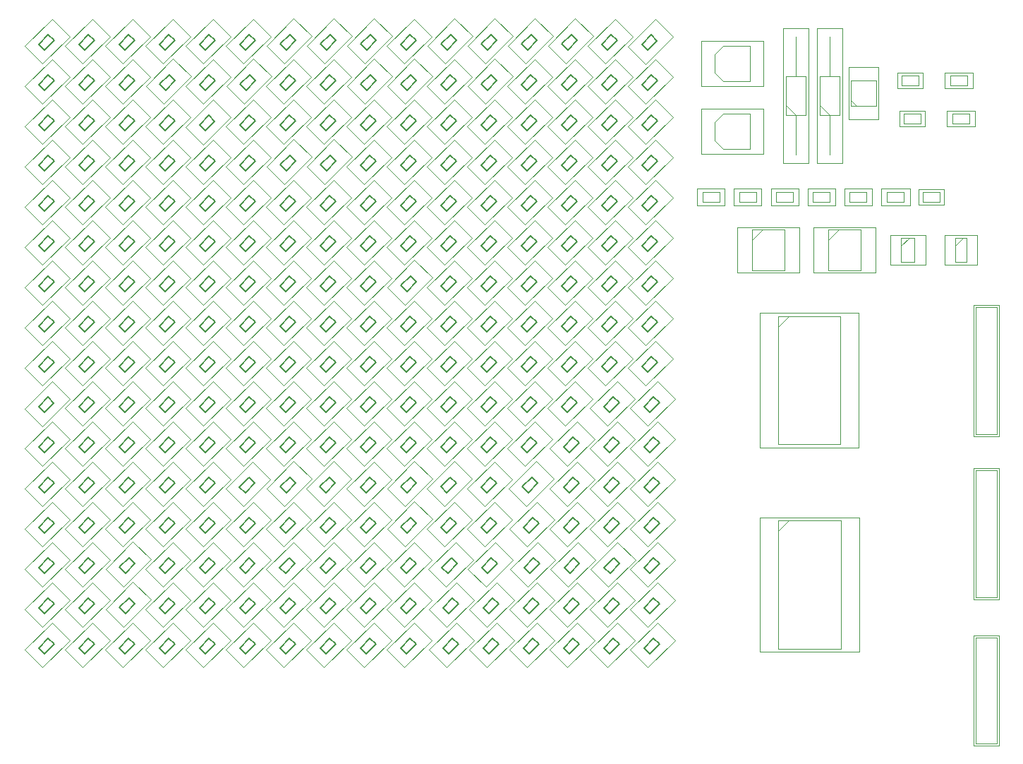
<source format=gbo>
G04*
G04 #@! TF.GenerationSoftware,Altium Limited,Altium Designer,21.1.1 (26)*
G04*
G04 Layer_Color=32896*
%FSLAX24Y24*%
%MOIN*%
G70*
G04*
G04 #@! TF.SameCoordinates,700B35B8-587A-4263-8D9C-AFCFB88697EE*
G04*
G04*
G04 #@! TF.FilePolarity,Positive*
G04*
G01*
G75*
%ADD10C,0.0039*%
%ADD11C,0.0079*%
%ADD13C,0.0020*%
D10*
X46600Y7400D02*
X47600D01*
X46600D02*
Y13400D01*
X47600D01*
Y7400D02*
Y13400D01*
X46600Y500D02*
X47600D01*
X46600D02*
Y5500D01*
X47600D01*
Y500D02*
Y5500D01*
X46600Y15100D02*
X47600D01*
X46600D02*
Y21100D01*
X47600D01*
Y15100D02*
Y21100D01*
X37263Y20682D02*
X40216D01*
Y14619D02*
Y20682D01*
X37263Y14619D02*
X40216D01*
X37263D02*
Y20682D01*
Y20182D02*
X37763Y20682D01*
X40709Y30609D02*
Y31791D01*
X41891D01*
Y30609D02*
Y31791D01*
X40709Y30609D02*
X41891D01*
X40709Y30865D02*
X40965Y30609D01*
X34677Y30246D02*
X35946D01*
X34254Y29823D02*
X34677Y30246D01*
X34254Y28977D02*
Y29823D01*
Y28977D02*
X34677Y28554D01*
X35946D01*
Y30246D01*
X37637Y30160D02*
Y31991D01*
X38563D01*
Y30160D02*
Y31991D01*
X37637Y30160D02*
X38563D01*
X37637Y30623D02*
X38100Y30160D01*
Y28300D02*
Y30160D01*
Y31991D02*
Y33851D01*
X45506Y30246D02*
X46294D01*
Y29754D02*
Y30246D01*
X45506Y29754D02*
X46294D01*
X45506D02*
Y30246D01*
X43106Y32046D02*
X43894D01*
Y31554D02*
Y32046D01*
X43106Y31554D02*
X43894D01*
X43106D02*
Y32046D01*
X39237Y30160D02*
Y31991D01*
X40163D01*
Y30160D02*
Y31991D01*
X39237Y30160D02*
X40163D01*
X39237Y30623D02*
X39700Y30160D01*
Y28300D02*
Y30160D01*
Y31991D02*
Y33851D01*
X34677Y33446D02*
X35946D01*
X34254Y33023D02*
X34677Y33446D01*
X34254Y32177D02*
Y33023D01*
Y32177D02*
X34677Y31754D01*
X35946D01*
Y33446D01*
X45406Y32046D02*
X46194D01*
Y31554D02*
Y32046D01*
X45406Y31554D02*
X46194D01*
X45406D02*
Y32046D01*
X43206Y30246D02*
X43994D01*
Y29754D02*
Y30246D01*
X43206Y29754D02*
X43994D01*
X43206D02*
Y30246D01*
X45644Y24375D02*
X46156D01*
Y23225D02*
Y24375D01*
X45644Y23225D02*
X46156D01*
X45644D02*
Y24375D01*
Y23999D02*
X46020Y24375D01*
X44106Y26546D02*
X44894D01*
Y26054D02*
Y26546D01*
X44106Y26054D02*
X44894D01*
X44106D02*
Y26546D01*
X40650D02*
X41438D01*
Y26054D02*
Y26546D01*
X40650Y26054D02*
X41438D01*
X40650D02*
Y26546D01*
X38914D02*
X39702D01*
Y26054D02*
Y26546D01*
X38914Y26054D02*
X39702D01*
X38914D02*
Y26546D01*
X37178D02*
X37966D01*
Y26054D02*
Y26546D01*
X37178Y26054D02*
X37966D01*
X37178D02*
Y26546D01*
X35442D02*
X36230D01*
Y26054D02*
Y26546D01*
X35442Y26054D02*
X36230D01*
X35442D02*
Y26546D01*
X33706D02*
X34494D01*
Y26054D02*
Y26546D01*
X33706Y26054D02*
X34494D01*
X33706D02*
Y26546D01*
X42406D02*
X43213D01*
Y26054D02*
Y26546D01*
X42406Y26054D02*
X43213D01*
X42406D02*
Y26546D01*
X43085Y24371D02*
X43715D01*
Y23229D02*
Y24371D01*
X43085Y23229D02*
X43715D01*
X43085D02*
Y24371D01*
Y23997D02*
X43459Y24371D01*
X39632Y24765D02*
X41168D01*
Y22835D02*
Y24765D01*
X39632Y22835D02*
X41168D01*
X39632D02*
Y24765D01*
Y24265D02*
X40132Y24765D01*
X36032D02*
X37568D01*
Y22835D02*
Y24765D01*
X36032Y22835D02*
X37568D01*
X36032D02*
Y24765D01*
Y24265D02*
X36532Y24765D01*
X37284Y11032D02*
X40237D01*
Y4969D02*
Y11032D01*
X37284Y4969D02*
X40237D01*
X37284D02*
Y11032D01*
Y10532D02*
X37784Y11032D01*
X4878Y6214D02*
X5714Y5378D01*
X3584Y4919D02*
X4878Y6214D01*
X3584Y4919D02*
X4419Y4084D01*
X5714Y5378D01*
X14378Y6214D02*
X15214Y5378D01*
X13084Y4919D02*
X14378Y6214D01*
X13084Y4919D02*
X13919Y4084D01*
X15214Y5378D01*
X2519Y30684D02*
X3814Y31978D01*
X1684Y31519D02*
X2519Y30684D01*
X1684Y31519D02*
X2978Y32814D01*
X3814Y31978D01*
X4419Y30684D02*
X5714Y31978D01*
X3584Y31519D02*
X4419Y30684D01*
X3584Y31519D02*
X4878Y32814D01*
X5714Y31978D01*
X31019Y30684D02*
X32314Y31978D01*
X30184Y31519D02*
X31019Y30684D01*
X30184Y31519D02*
X31478Y32814D01*
X32314Y31978D01*
X25319Y30684D02*
X26614Y31978D01*
X24484Y31519D02*
X25319Y30684D01*
X24484Y31519D02*
X25778Y32814D01*
X26614Y31978D01*
X29119Y30684D02*
X30414Y31978D01*
X28284Y31519D02*
X29119Y30684D01*
X28284Y31519D02*
X29578Y32814D01*
X30414Y31978D01*
X27219Y30684D02*
X28514Y31978D01*
X26384Y31519D02*
X27219Y30684D01*
X26384Y31519D02*
X27678Y32814D01*
X28514Y31978D01*
X19628Y30693D02*
X20922Y31987D01*
X18793Y31528D02*
X19628Y30693D01*
X18793Y31528D02*
X20087Y32822D01*
X20922Y31987D01*
X13919Y30684D02*
X15214Y31978D01*
X13084Y31519D02*
X13919Y30684D01*
X13084Y31519D02*
X14378Y32814D01*
X15214Y31978D01*
X15819Y30684D02*
X17114Y31978D01*
X14984Y31519D02*
X15819Y30684D01*
X14984Y31519D02*
X16278Y32814D01*
X17114Y31978D01*
X21519Y30684D02*
X22814Y31978D01*
X20684Y31519D02*
X21519Y30684D01*
X20684Y31519D02*
X21978Y32814D01*
X22814Y31978D01*
X23428Y30693D02*
X24722Y31987D01*
X22593Y31528D02*
X23428Y30693D01*
X22593Y31528D02*
X23887Y32822D01*
X24722Y31987D01*
X17728Y30693D02*
X19022Y31987D01*
X16893Y31528D02*
X17728Y30693D01*
X16893Y31528D02*
X18187Y32822D01*
X19022Y31987D01*
X10119Y30684D02*
X11414Y31978D01*
X9284Y31519D02*
X10119Y30684D01*
X9284Y31519D02*
X10578Y32814D01*
X11414Y31978D01*
X12028Y30693D02*
X13322Y31987D01*
X11193Y31528D02*
X12028Y30693D01*
X11193Y31528D02*
X12487Y32822D01*
X13322Y31987D01*
X8228Y30693D02*
X9522Y31987D01*
X7393Y31528D02*
X8228Y30693D01*
X7393Y31528D02*
X8687Y32822D01*
X9522Y31987D01*
X6319Y30684D02*
X7614Y31978D01*
X5484Y31519D02*
X6319Y30684D01*
X5484Y31519D02*
X6778Y32814D01*
X7614Y31978D01*
X23519Y4084D02*
X24814Y5378D01*
X22684Y4919D02*
X23519Y4084D01*
X22684Y4919D02*
X23978Y6214D01*
X24814Y5378D01*
X6319Y4084D02*
X7614Y5378D01*
X5484Y4919D02*
X6319Y4084D01*
X5484Y4919D02*
X6778Y6214D01*
X7614Y5378D01*
X21619Y4084D02*
X22914Y5378D01*
X20784Y4919D02*
X21619Y4084D01*
X20784Y4919D02*
X22078Y6214D01*
X22914Y5378D01*
X27319Y4084D02*
X28614Y5378D01*
X26484Y4919D02*
X27319Y4084D01*
X26484Y4919D02*
X27778Y6214D01*
X28614Y5378D01*
X25419Y4084D02*
X26714Y5378D01*
X24584Y4919D02*
X25419Y4084D01*
X24584Y4919D02*
X25878Y6214D01*
X26714Y5378D01*
X19619Y4084D02*
X20914Y5378D01*
X18784Y4919D02*
X19619Y4084D01*
X18784Y4919D02*
X20078Y6214D01*
X20914Y5378D01*
X10119Y4084D02*
X11414Y5378D01*
X9284Y4919D02*
X10119Y4084D01*
X9284Y4919D02*
X10578Y6214D01*
X11414Y5378D01*
X12019Y4084D02*
X13314Y5378D01*
X11184Y4919D02*
X12019Y4084D01*
X11184Y4919D02*
X12478Y6214D01*
X13314Y5378D01*
X17719Y4084D02*
X19014Y5378D01*
X16884Y4919D02*
X17719Y4084D01*
X16884Y4919D02*
X18178Y6214D01*
X19014Y5378D01*
X8219Y4084D02*
X9514Y5378D01*
X7384Y4919D02*
X8219Y4084D01*
X7384Y4919D02*
X8678Y6214D01*
X9514Y5378D01*
X15819Y4084D02*
X17114Y5378D01*
X14984Y4919D02*
X15819Y4084D01*
X14984Y4919D02*
X16278Y6214D01*
X17114Y5378D01*
X2519Y4084D02*
X3814Y5378D01*
X1684Y4919D02*
X2519Y4084D01*
X1684Y4919D02*
X2978Y6214D01*
X3814Y5378D01*
X31119Y4084D02*
X32414Y5378D01*
X30284Y4919D02*
X31119Y4084D01*
X30284Y4919D02*
X31578Y6214D01*
X32414Y5378D01*
X29219Y4084D02*
X30514Y5378D01*
X28384Y4919D02*
X29219Y4084D01*
X28384Y4919D02*
X29678Y6214D01*
X30514Y5378D01*
X19619Y5984D02*
X20914Y7278D01*
X18784Y6819D02*
X19619Y5984D01*
X18784Y6819D02*
X20078Y8114D01*
X20914Y7278D01*
X31119Y5984D02*
X32414Y7278D01*
X30284Y6819D02*
X31119Y5984D01*
X30284Y6819D02*
X31578Y8114D01*
X32414Y7278D01*
X21619Y5984D02*
X22914Y7278D01*
X20784Y6819D02*
X21619Y5984D01*
X20784Y6819D02*
X22078Y8114D01*
X22914Y7278D01*
X23519Y5984D02*
X24814Y7278D01*
X22684Y6819D02*
X23519Y5984D01*
X22684Y6819D02*
X23978Y8114D01*
X24814Y7278D01*
X6328Y5993D02*
X7622Y7287D01*
X5493Y6828D02*
X6328Y5993D01*
X5493Y6828D02*
X6787Y8122D01*
X7622Y7287D01*
X17719Y5984D02*
X19014Y7278D01*
X16884Y6819D02*
X17719Y5984D01*
X16884Y6819D02*
X18178Y8114D01*
X19014Y7278D01*
X13919Y5984D02*
X15214Y7278D01*
X13084Y6819D02*
X13919Y5984D01*
X13084Y6819D02*
X14378Y8114D01*
X15214Y7278D01*
X10119Y5984D02*
X11414Y7278D01*
X9284Y6819D02*
X10119Y5984D01*
X9284Y6819D02*
X10578Y8114D01*
X11414Y7278D01*
X12019Y5984D02*
X13314Y7278D01*
X11184Y6819D02*
X12019Y5984D01*
X11184Y6819D02*
X12478Y8114D01*
X13314Y7278D01*
X8219Y5984D02*
X9514Y7278D01*
X7384Y6819D02*
X8219Y5984D01*
X7384Y6819D02*
X8678Y8114D01*
X9514Y7278D01*
X2519Y5984D02*
X3814Y7278D01*
X1684Y6819D02*
X2519Y5984D01*
X1684Y6819D02*
X2978Y8114D01*
X3814Y7278D01*
X15819Y5984D02*
X17114Y7278D01*
X14984Y6819D02*
X15819Y5984D01*
X14984Y6819D02*
X16278Y8114D01*
X17114Y7278D01*
X25419Y5984D02*
X26714Y7278D01*
X24584Y6819D02*
X25419Y5984D01*
X24584Y6819D02*
X25878Y8114D01*
X26714Y7278D01*
X27319Y5984D02*
X28614Y7278D01*
X26484Y6819D02*
X27319Y5984D01*
X26484Y6819D02*
X27778Y8114D01*
X28614Y7278D01*
X4419Y5984D02*
X5714Y7278D01*
X3584Y6819D02*
X4419Y5984D01*
X3584Y6819D02*
X4878Y8114D01*
X5714Y7278D01*
X29219Y5984D02*
X30514Y7278D01*
X28384Y6819D02*
X29219Y5984D01*
X28384Y6819D02*
X29678Y8114D01*
X30514Y7278D01*
X17719Y7884D02*
X19014Y9178D01*
X16884Y8719D02*
X17719Y7884D01*
X16884Y8719D02*
X18178Y10014D01*
X19014Y9178D01*
X19619Y7884D02*
X20914Y9178D01*
X18784Y8719D02*
X19619Y7884D01*
X18784Y8719D02*
X20078Y10014D01*
X20914Y9178D01*
X8219Y7884D02*
X9514Y9178D01*
X7384Y8719D02*
X8219Y7884D01*
X7384Y8719D02*
X8678Y10014D01*
X9514Y9178D01*
X2519Y7884D02*
X3814Y9178D01*
X1684Y8719D02*
X2519Y7884D01*
X1684Y8719D02*
X2978Y10014D01*
X3814Y9178D01*
X10119Y7884D02*
X11414Y9178D01*
X9284Y8719D02*
X10119Y7884D01*
X9284Y8719D02*
X10578Y10014D01*
X11414Y9178D01*
X29228Y7884D02*
X30523Y9178D01*
X28393Y8719D02*
X29228Y7884D01*
X28393Y8719D02*
X29687Y10014D01*
X30523Y9178D01*
X12010Y7884D02*
X13304Y9178D01*
X11175Y8719D02*
X12010Y7884D01*
X11175Y8719D02*
X12469Y10014D01*
X13304Y9178D01*
X13901Y7884D02*
X15195Y9178D01*
X13066Y8719D02*
X13901Y7884D01*
X13066Y8719D02*
X14360Y10014D01*
X15195Y9178D01*
X4419Y7884D02*
X5714Y9178D01*
X3584Y8719D02*
X4419Y7884D01*
X3584Y8719D02*
X4878Y10014D01*
X5714Y9178D01*
X15819Y7884D02*
X17114Y9178D01*
X14984Y8719D02*
X15819Y7884D01*
X14984Y8719D02*
X16278Y10014D01*
X17114Y9178D01*
X27337Y7884D02*
X28632Y9178D01*
X26502Y8719D02*
X27337Y7884D01*
X26502Y8719D02*
X27797Y10014D01*
X28632Y9178D01*
X25446Y7884D02*
X26741Y9178D01*
X24611Y8719D02*
X25446Y7884D01*
X24611Y8719D02*
X25906Y10014D01*
X26741Y9178D01*
X31119Y7884D02*
X32414Y9178D01*
X30284Y8719D02*
X31119Y7884D01*
X30284Y8719D02*
X31578Y10014D01*
X32414Y9178D01*
X21565Y7884D02*
X22859Y9178D01*
X20729Y8719D02*
X21565Y7884D01*
X20729Y8719D02*
X22024Y10014D01*
X22859Y9178D01*
X6328Y7893D02*
X7622Y9187D01*
X5493Y8728D02*
X6328Y7893D01*
X5493Y8728D02*
X6787Y10022D01*
X7622Y9187D01*
X23455Y7884D02*
X24750Y9178D01*
X22620Y8719D02*
X23455Y7884D01*
X22620Y8719D02*
X23915Y10014D01*
X24750Y9178D01*
X2519Y9784D02*
X3814Y11078D01*
X1684Y10619D02*
X2519Y9784D01*
X1684Y10619D02*
X2978Y11914D01*
X3814Y11078D01*
X29219Y9784D02*
X30514Y11078D01*
X28384Y10619D02*
X29219Y9784D01*
X28384Y10619D02*
X29678Y11914D01*
X30514Y11078D01*
X10119Y9784D02*
X11414Y11078D01*
X9284Y10619D02*
X10119Y9784D01*
X9284Y10619D02*
X10578Y11914D01*
X11414Y11078D01*
X6319Y9784D02*
X7614Y11078D01*
X5484Y10619D02*
X6319Y9784D01*
X5484Y10619D02*
X6778Y11914D01*
X7614Y11078D01*
X25419Y9784D02*
X26714Y11078D01*
X24584Y10619D02*
X25419Y9784D01*
X24584Y10619D02*
X25878Y11914D01*
X26714Y11078D01*
X15819Y9784D02*
X17114Y11078D01*
X14984Y10619D02*
X15819Y9784D01*
X14984Y10619D02*
X16278Y11914D01*
X17114Y11078D01*
X13919Y9784D02*
X15214Y11078D01*
X13084Y10619D02*
X13919Y9784D01*
X13084Y10619D02*
X14378Y11914D01*
X15214Y11078D01*
X23419Y9784D02*
X24714Y11078D01*
X22584Y10619D02*
X23419Y9784D01*
X22584Y10619D02*
X23878Y11914D01*
X24714Y11078D01*
X12019Y9784D02*
X13314Y11078D01*
X11184Y10619D02*
X12019Y9784D01*
X11184Y10619D02*
X12478Y11914D01*
X13314Y11078D01*
X31119Y9784D02*
X32414Y11078D01*
X30284Y10619D02*
X31119Y9784D01*
X30284Y10619D02*
X31578Y11914D01*
X32414Y11078D01*
X19628Y9793D02*
X20922Y11087D01*
X18793Y10628D02*
X19628Y9793D01*
X18793Y10628D02*
X20087Y11922D01*
X20922Y11087D01*
X8219Y9784D02*
X9514Y11078D01*
X7384Y10619D02*
X8219Y9784D01*
X7384Y10619D02*
X8678Y11914D01*
X9514Y11078D01*
X17719Y9784D02*
X19014Y11078D01*
X16884Y10619D02*
X17719Y9784D01*
X16884Y10619D02*
X18178Y11914D01*
X19014Y11078D01*
X4419Y9784D02*
X5714Y11078D01*
X3584Y10619D02*
X4419Y9784D01*
X3584Y10619D02*
X4878Y11914D01*
X5714Y11078D01*
X27319Y9784D02*
X28614Y11078D01*
X26484Y10619D02*
X27319Y9784D01*
X26484Y10619D02*
X27778Y11914D01*
X28614Y11078D01*
X21519Y9784D02*
X22814Y11078D01*
X20684Y10619D02*
X21519Y9784D01*
X20684Y10619D02*
X21978Y11914D01*
X22814Y11078D01*
X25364Y11693D02*
X26659Y12987D01*
X24529Y12528D02*
X25364Y11693D01*
X24529Y12528D02*
X25824Y13822D01*
X26659Y12987D01*
X29219Y11684D02*
X30514Y12978D01*
X28384Y12519D02*
X29219Y11684D01*
X28384Y12519D02*
X29678Y13814D01*
X30514Y12978D01*
X11992Y11684D02*
X13286Y12978D01*
X11157Y12519D02*
X11992Y11684D01*
X11157Y12519D02*
X12451Y13814D01*
X13286Y12978D01*
X27319Y11684D02*
X28614Y12978D01*
X26484Y12519D02*
X27319Y11684D01*
X26484Y12519D02*
X27778Y13814D01*
X28614Y12978D01*
X17719Y11684D02*
X19014Y12978D01*
X16884Y12519D02*
X17719Y11684D01*
X16884Y12519D02*
X18178Y13814D01*
X19014Y12978D01*
X21519Y11693D02*
X22813Y12987D01*
X20684Y12528D02*
X21519Y11693D01*
X20684Y12528D02*
X21978Y13822D01*
X22813Y12987D01*
X19628Y11693D02*
X20922Y12987D01*
X18793Y12528D02*
X19628Y11693D01*
X18793Y12528D02*
X20087Y13822D01*
X20922Y12987D01*
X23419Y11684D02*
X24714Y12978D01*
X22584Y12519D02*
X23419Y11684D01*
X22584Y12519D02*
X23878Y13814D01*
X24714Y12978D01*
X13928Y11693D02*
X15222Y12987D01*
X13093Y12528D02*
X13928Y11693D01*
X13093Y12528D02*
X14387Y13822D01*
X15222Y12987D01*
X31119Y11684D02*
X32414Y12978D01*
X30284Y12519D02*
X31119Y11684D01*
X30284Y12519D02*
X31578Y13814D01*
X32414Y12978D01*
X15801Y11693D02*
X17095Y12987D01*
X14965Y12528D02*
X15801Y11693D01*
X14965Y12528D02*
X16260Y13822D01*
X17095Y12987D01*
X6319Y11684D02*
X7614Y12978D01*
X5484Y12519D02*
X6319Y11684D01*
X5484Y12519D02*
X6778Y13814D01*
X7614Y12978D01*
X2519Y11684D02*
X3814Y12978D01*
X1684Y12519D02*
X2519Y11684D01*
X1684Y12519D02*
X2978Y13814D01*
X3814Y12978D01*
X10119Y11684D02*
X11414Y12978D01*
X9284Y12519D02*
X10119Y11684D01*
X9284Y12519D02*
X10578Y13814D01*
X11414Y12978D01*
X4419Y11684D02*
X5714Y12978D01*
X3584Y12519D02*
X4419Y11684D01*
X3584Y12519D02*
X4878Y13814D01*
X5714Y12978D01*
X8219Y11684D02*
X9514Y12978D01*
X7384Y12519D02*
X8219Y11684D01*
X7384Y12519D02*
X8678Y13814D01*
X9514Y12978D01*
X10119Y13584D02*
X11414Y14878D01*
X9284Y14419D02*
X10119Y13584D01*
X9284Y14419D02*
X10578Y15714D01*
X11414Y14878D01*
X12019Y13584D02*
X13314Y14878D01*
X11184Y14419D02*
X12019Y13584D01*
X11184Y14419D02*
X12478Y15714D01*
X13314Y14878D01*
X29219Y13584D02*
X30514Y14878D01*
X28384Y14419D02*
X29219Y13584D01*
X28384Y14419D02*
X29678Y15714D01*
X30514Y14878D01*
X21519Y13584D02*
X22814Y14878D01*
X20684Y14419D02*
X21519Y13584D01*
X20684Y14419D02*
X21978Y15714D01*
X22814Y14878D01*
X8219Y13584D02*
X9514Y14878D01*
X7384Y14419D02*
X8219Y13584D01*
X7384Y14419D02*
X8678Y15714D01*
X9514Y14878D01*
X27319Y13584D02*
X28614Y14878D01*
X26484Y14419D02*
X27319Y13584D01*
X26484Y14419D02*
X27778Y15714D01*
X28614Y14878D01*
X4419Y13584D02*
X5714Y14878D01*
X3584Y14419D02*
X4419Y13584D01*
X3584Y14419D02*
X4878Y15714D01*
X5714Y14878D01*
X2519Y13584D02*
X3814Y14878D01*
X1684Y14419D02*
X2519Y13584D01*
X1684Y14419D02*
X2978Y15714D01*
X3814Y14878D01*
X23419Y13584D02*
X24714Y14878D01*
X22584Y14419D02*
X23419Y13584D01*
X22584Y14419D02*
X23878Y15714D01*
X24714Y14878D01*
X19619Y13584D02*
X20914Y14878D01*
X18784Y14419D02*
X19619Y13584D01*
X18784Y14419D02*
X20078Y15714D01*
X20914Y14878D01*
X31119Y13584D02*
X32414Y14878D01*
X30284Y14419D02*
X31119Y13584D01*
X30284Y14419D02*
X31578Y15714D01*
X32414Y14878D01*
X25319Y13584D02*
X26614Y14878D01*
X24484Y14419D02*
X25319Y13584D01*
X24484Y14419D02*
X25778Y15714D01*
X26614Y14878D01*
X13919Y13584D02*
X15214Y14878D01*
X13084Y14419D02*
X13919Y13584D01*
X13084Y14419D02*
X14378Y15714D01*
X15214Y14878D01*
X6319Y13584D02*
X7614Y14878D01*
X5484Y14419D02*
X6319Y13584D01*
X5484Y14419D02*
X6778Y15714D01*
X7614Y14878D01*
X17719Y13584D02*
X19014Y14878D01*
X16884Y14419D02*
X17719Y13584D01*
X16884Y14419D02*
X18178Y15714D01*
X19014Y14878D01*
X23419Y15484D02*
X24714Y16778D01*
X22584Y16319D02*
X23419Y15484D01*
X22584Y16319D02*
X23878Y17614D01*
X24714Y16778D01*
X25319Y15484D02*
X26614Y16778D01*
X24484Y16319D02*
X25319Y15484D01*
X24484Y16319D02*
X25778Y17614D01*
X26614Y16778D01*
X13919Y15484D02*
X15214Y16778D01*
X13084Y16319D02*
X13919Y15484D01*
X13084Y16319D02*
X14378Y17614D01*
X15214Y16778D01*
X31119Y15484D02*
X32414Y16778D01*
X30284Y16319D02*
X31119Y15484D01*
X30284Y16319D02*
X31578Y17614D01*
X32414Y16778D01*
X27219Y15484D02*
X28514Y16778D01*
X26384Y16319D02*
X27219Y15484D01*
X26384Y16319D02*
X27678Y17614D01*
X28514Y16778D01*
X4419Y15484D02*
X5714Y16778D01*
X3584Y16319D02*
X4419Y15484D01*
X3584Y16319D02*
X4878Y17614D01*
X5714Y16778D01*
X21519Y15484D02*
X22814Y16778D01*
X20684Y16319D02*
X21519Y15484D01*
X20684Y16319D02*
X21978Y17614D01*
X22814Y16778D01*
X15819Y15484D02*
X17114Y16778D01*
X14984Y16319D02*
X15819Y15484D01*
X14984Y16319D02*
X16278Y17614D01*
X17114Y16778D01*
X10119Y15484D02*
X11414Y16778D01*
X9284Y16319D02*
X10119Y15484D01*
X9284Y16319D02*
X10578Y17614D01*
X11414Y16778D01*
X6319Y15484D02*
X7614Y16778D01*
X5484Y16319D02*
X6319Y15484D01*
X5484Y16319D02*
X6778Y17614D01*
X7614Y16778D01*
X12019Y15484D02*
X13314Y16778D01*
X11184Y16319D02*
X12019Y15484D01*
X11184Y16319D02*
X12478Y17614D01*
X13314Y16778D01*
X2510Y15475D02*
X3805Y16770D01*
X1675Y16310D02*
X2510Y15475D01*
X1675Y16310D02*
X2970Y17605D01*
X3805Y16770D01*
X19619Y15484D02*
X20914Y16778D01*
X18784Y16319D02*
X19619Y15484D01*
X18784Y16319D02*
X20078Y17614D01*
X20914Y16778D01*
X8219Y15484D02*
X9514Y16778D01*
X7384Y16319D02*
X8219Y15484D01*
X7384Y16319D02*
X8678Y17614D01*
X9514Y16778D01*
X29219Y15484D02*
X30514Y16778D01*
X28384Y16319D02*
X29219Y15484D01*
X28384Y16319D02*
X29678Y17614D01*
X30514Y16778D01*
X17719Y15484D02*
X19014Y16778D01*
X16884Y16319D02*
X17719Y15484D01*
X16884Y16319D02*
X18178Y17614D01*
X19014Y16778D01*
X25319Y17384D02*
X26614Y18678D01*
X24484Y18219D02*
X25319Y17384D01*
X24484Y18219D02*
X25778Y19514D01*
X26614Y18678D01*
X21519Y17384D02*
X22814Y18678D01*
X20684Y18219D02*
X21519Y17384D01*
X20684Y18219D02*
X21978Y19514D01*
X22814Y18678D01*
X6319Y17384D02*
X7614Y18678D01*
X5484Y18219D02*
X6319Y17384D01*
X5484Y18219D02*
X6778Y19514D01*
X7614Y18678D01*
X19619Y17384D02*
X20914Y18678D01*
X18784Y18219D02*
X19619Y17384D01*
X18784Y18219D02*
X20078Y19514D01*
X20914Y18678D01*
X8219Y17384D02*
X9514Y18678D01*
X7384Y18219D02*
X8219Y17384D01*
X7384Y18219D02*
X8678Y19514D01*
X9514Y18678D01*
X23419Y17384D02*
X24714Y18678D01*
X22584Y18219D02*
X23419Y17384D01*
X22584Y18219D02*
X23878Y19514D01*
X24714Y18678D01*
X17719Y17384D02*
X19014Y18678D01*
X16884Y18219D02*
X17719Y17384D01*
X16884Y18219D02*
X18178Y19514D01*
X19014Y18678D01*
X12019Y17384D02*
X13314Y18678D01*
X11184Y18219D02*
X12019Y17384D01*
X11184Y18219D02*
X12478Y19514D01*
X13314Y18678D01*
X10119Y17384D02*
X11414Y18678D01*
X9284Y18219D02*
X10119Y17384D01*
X9284Y18219D02*
X10578Y19514D01*
X11414Y18678D01*
X27219Y17384D02*
X28514Y18678D01*
X26384Y18219D02*
X27219Y17384D01*
X26384Y18219D02*
X27678Y19514D01*
X28514Y18678D01*
X29119Y17384D02*
X30414Y18678D01*
X28284Y18219D02*
X29119Y17384D01*
X28284Y18219D02*
X29578Y19514D01*
X30414Y18678D01*
X13919Y17384D02*
X15214Y18678D01*
X13084Y18219D02*
X13919Y17384D01*
X13084Y18219D02*
X14378Y19514D01*
X15214Y18678D01*
X2519Y17384D02*
X3814Y18678D01*
X1684Y18219D02*
X2519Y17384D01*
X1684Y18219D02*
X2978Y19514D01*
X3814Y18678D01*
X15819Y17384D02*
X17114Y18678D01*
X14984Y18219D02*
X15819Y17384D01*
X14984Y18219D02*
X16278Y19514D01*
X17114Y18678D01*
X31019Y17384D02*
X32314Y18678D01*
X30184Y18219D02*
X31019Y17384D01*
X30184Y18219D02*
X31478Y19514D01*
X32314Y18678D01*
X4419Y17384D02*
X5714Y18678D01*
X3584Y18219D02*
X4419Y17384D01*
X3584Y18219D02*
X4878Y19514D01*
X5714Y18678D01*
X19619Y19284D02*
X20914Y20578D01*
X18784Y20119D02*
X19619Y19284D01*
X18784Y20119D02*
X20078Y21414D01*
X20914Y20578D01*
X2519Y19284D02*
X3814Y20578D01*
X1684Y20119D02*
X2519Y19284D01*
X1684Y20119D02*
X2978Y21414D01*
X3814Y20578D01*
X21519Y19284D02*
X22814Y20578D01*
X20684Y20119D02*
X21519Y19284D01*
X20684Y20119D02*
X21978Y21414D01*
X22814Y20578D01*
X10119Y19284D02*
X11414Y20578D01*
X9284Y20119D02*
X10119Y19284D01*
X9284Y20119D02*
X10578Y21414D01*
X11414Y20578D01*
X6319Y19284D02*
X7614Y20578D01*
X5484Y20119D02*
X6319Y19284D01*
X5484Y20119D02*
X6778Y21414D01*
X7614Y20578D01*
X12019Y19284D02*
X13314Y20578D01*
X11184Y20119D02*
X12019Y19284D01*
X11184Y20119D02*
X12478Y21414D01*
X13314Y20578D01*
X31019Y19284D02*
X32314Y20578D01*
X30184Y20119D02*
X31019Y19284D01*
X30184Y20119D02*
X31478Y21414D01*
X32314Y20578D01*
X17719Y19284D02*
X19014Y20578D01*
X16884Y20119D02*
X17719Y19284D01*
X16884Y20119D02*
X18178Y21414D01*
X19014Y20578D01*
X27219Y19284D02*
X28514Y20578D01*
X26384Y20119D02*
X27219Y19284D01*
X26384Y20119D02*
X27678Y21414D01*
X28514Y20578D01*
X23419Y19284D02*
X24714Y20578D01*
X22584Y20119D02*
X23419Y19284D01*
X22584Y20119D02*
X23878Y21414D01*
X24714Y20578D01*
X4419Y19284D02*
X5714Y20578D01*
X3584Y20119D02*
X4419Y19284D01*
X3584Y20119D02*
X4878Y21414D01*
X5714Y20578D01*
X8219Y19284D02*
X9514Y20578D01*
X7384Y20119D02*
X8219Y19284D01*
X7384Y20119D02*
X8678Y21414D01*
X9514Y20578D01*
X25319Y19284D02*
X26614Y20578D01*
X24484Y20119D02*
X25319Y19284D01*
X24484Y20119D02*
X25778Y21414D01*
X26614Y20578D01*
X13919Y19284D02*
X15214Y20578D01*
X13084Y20119D02*
X13919Y19284D01*
X13084Y20119D02*
X14378Y21414D01*
X15214Y20578D01*
X29119Y19284D02*
X30414Y20578D01*
X28284Y20119D02*
X29119Y19284D01*
X28284Y20119D02*
X29578Y21414D01*
X30414Y20578D01*
X15819Y19284D02*
X17114Y20578D01*
X14984Y20119D02*
X15819Y19284D01*
X14984Y20119D02*
X16278Y21414D01*
X17114Y20578D01*
X25319Y21184D02*
X26614Y22478D01*
X24484Y22019D02*
X25319Y21184D01*
X24484Y22019D02*
X25778Y23314D01*
X26614Y22478D01*
X4419Y21184D02*
X5714Y22478D01*
X3584Y22019D02*
X4419Y21184D01*
X3584Y22019D02*
X4878Y23314D01*
X5714Y22478D01*
X31019Y21184D02*
X32314Y22478D01*
X30184Y22019D02*
X31019Y21184D01*
X30184Y22019D02*
X31478Y23314D01*
X32314Y22478D01*
X27219Y21184D02*
X28514Y22478D01*
X26384Y22019D02*
X27219Y21184D01*
X26384Y22019D02*
X27678Y23314D01*
X28514Y22478D01*
X23419Y21184D02*
X24714Y22478D01*
X22584Y22019D02*
X23419Y21184D01*
X22584Y22019D02*
X23878Y23314D01*
X24714Y22478D01*
X29119Y21184D02*
X30414Y22478D01*
X28284Y22019D02*
X29119Y21184D01*
X28284Y22019D02*
X29578Y23314D01*
X30414Y22478D01*
X6319Y21184D02*
X7614Y22478D01*
X5484Y22019D02*
X6319Y21184D01*
X5484Y22019D02*
X6778Y23314D01*
X7614Y22478D01*
X21519Y21184D02*
X22814Y22478D01*
X20684Y22019D02*
X21519Y21184D01*
X20684Y22019D02*
X21978Y23314D01*
X22814Y22478D01*
X2519Y21184D02*
X3814Y22478D01*
X1684Y22019D02*
X2519Y21184D01*
X1684Y22019D02*
X2978Y23314D01*
X3814Y22478D01*
X13919Y21184D02*
X15214Y22478D01*
X13084Y22019D02*
X13919Y21184D01*
X13084Y22019D02*
X14378Y23314D01*
X15214Y22478D01*
X10119Y21184D02*
X11414Y22478D01*
X9284Y22019D02*
X10119Y21184D01*
X9284Y22019D02*
X10578Y23314D01*
X11414Y22478D01*
X15819Y21184D02*
X17114Y22478D01*
X14984Y22019D02*
X15819Y21184D01*
X14984Y22019D02*
X16278Y23314D01*
X17114Y22478D01*
X17719Y21184D02*
X19014Y22478D01*
X16884Y22019D02*
X17719Y21184D01*
X16884Y22019D02*
X18178Y23314D01*
X19014Y22478D01*
X8219Y21184D02*
X9514Y22478D01*
X7384Y22019D02*
X8219Y21184D01*
X7384Y22019D02*
X8678Y23314D01*
X9514Y22478D01*
X19628Y21193D02*
X20922Y22487D01*
X18793Y22028D02*
X19628Y21193D01*
X18793Y22028D02*
X20087Y23322D01*
X20922Y22487D01*
X12019Y21184D02*
X13314Y22478D01*
X11184Y22019D02*
X12019Y21184D01*
X11184Y22019D02*
X12478Y23314D01*
X13314Y22478D01*
X4419Y23084D02*
X5714Y24378D01*
X3584Y23919D02*
X4419Y23084D01*
X3584Y23919D02*
X4878Y25214D01*
X5714Y24378D01*
X15819Y23084D02*
X17114Y24378D01*
X14984Y23919D02*
X15819Y23084D01*
X14984Y23919D02*
X16278Y25214D01*
X17114Y24378D01*
X23419Y23084D02*
X24714Y24378D01*
X22584Y23919D02*
X23419Y23084D01*
X22584Y23919D02*
X23878Y25214D01*
X24714Y24378D01*
X17719Y23084D02*
X19014Y24378D01*
X16884Y23919D02*
X17719Y23084D01*
X16884Y23919D02*
X18178Y25214D01*
X19014Y24378D01*
X31019Y23084D02*
X32314Y24378D01*
X30184Y23919D02*
X31019Y23084D01*
X30184Y23919D02*
X31478Y25214D01*
X32314Y24378D01*
X10119Y23084D02*
X11414Y24378D01*
X9284Y23919D02*
X10119Y23084D01*
X9284Y23919D02*
X10578Y25214D01*
X11414Y24378D01*
X27219Y23084D02*
X28514Y24378D01*
X26384Y23919D02*
X27219Y23084D01*
X26384Y23919D02*
X27678Y25214D01*
X28514Y24378D01*
X2519Y23084D02*
X3814Y24378D01*
X1684Y23919D02*
X2519Y23084D01*
X1684Y23919D02*
X2978Y25214D01*
X3814Y24378D01*
X29119Y23084D02*
X30414Y24378D01*
X28284Y23919D02*
X29119Y23084D01*
X28284Y23919D02*
X29578Y25214D01*
X30414Y24378D01*
X12019Y23084D02*
X13314Y24378D01*
X11184Y23919D02*
X12019Y23084D01*
X11184Y23919D02*
X12478Y25214D01*
X13314Y24378D01*
X8219Y23084D02*
X9514Y24378D01*
X7384Y23919D02*
X8219Y23084D01*
X7384Y23919D02*
X8678Y25214D01*
X9514Y24378D01*
X25319Y23084D02*
X26614Y24378D01*
X24484Y23919D02*
X25319Y23084D01*
X24484Y23919D02*
X25778Y25214D01*
X26614Y24378D01*
X13919Y23084D02*
X15214Y24378D01*
X13084Y23919D02*
X13919Y23084D01*
X13084Y23919D02*
X14378Y25214D01*
X15214Y24378D01*
X6319Y23084D02*
X7614Y24378D01*
X5484Y23919D02*
X6319Y23084D01*
X5484Y23919D02*
X6778Y25214D01*
X7614Y24378D01*
X21519Y23084D02*
X22814Y24378D01*
X20684Y23919D02*
X21519Y23084D01*
X20684Y23919D02*
X21978Y25214D01*
X22814Y24378D01*
X19619Y23084D02*
X20914Y24378D01*
X18784Y23919D02*
X19619Y23084D01*
X18784Y23919D02*
X20078Y25214D01*
X20914Y24378D01*
X25319Y24984D02*
X26614Y26278D01*
X24484Y25819D02*
X25319Y24984D01*
X24484Y25819D02*
X25778Y27114D01*
X26614Y26278D01*
X19619Y24984D02*
X20914Y26278D01*
X18784Y25819D02*
X19619Y24984D01*
X18784Y25819D02*
X20078Y27114D01*
X20914Y26278D01*
X15819Y24984D02*
X17114Y26278D01*
X14984Y25819D02*
X15819Y24984D01*
X14984Y25819D02*
X16278Y27114D01*
X17114Y26278D01*
X8219Y24984D02*
X9514Y26278D01*
X7384Y25819D02*
X8219Y24984D01*
X7384Y25819D02*
X8678Y27114D01*
X9514Y26278D01*
X23419Y24984D02*
X24714Y26278D01*
X22584Y25819D02*
X23419Y24984D01*
X22584Y25819D02*
X23878Y27114D01*
X24714Y26278D01*
X12019Y24984D02*
X13314Y26278D01*
X11184Y25819D02*
X12019Y24984D01*
X11184Y25819D02*
X12478Y27114D01*
X13314Y26278D01*
X17719Y24984D02*
X19014Y26278D01*
X16884Y25819D02*
X17719Y24984D01*
X16884Y25819D02*
X18178Y27114D01*
X19014Y26278D01*
X2519Y24984D02*
X3814Y26278D01*
X1684Y25819D02*
X2519Y24984D01*
X1684Y25819D02*
X2978Y27114D01*
X3814Y26278D01*
X29119Y24984D02*
X30414Y26278D01*
X28284Y25819D02*
X29119Y24984D01*
X28284Y25819D02*
X29578Y27114D01*
X30414Y26278D01*
X10119Y24984D02*
X11414Y26278D01*
X9284Y25819D02*
X10119Y24984D01*
X9284Y25819D02*
X10578Y27114D01*
X11414Y26278D01*
X4419Y24984D02*
X5714Y26278D01*
X3584Y25819D02*
X4419Y24984D01*
X3584Y25819D02*
X4878Y27114D01*
X5714Y26278D01*
X31019Y24984D02*
X32314Y26278D01*
X30184Y25819D02*
X31019Y24984D01*
X30184Y25819D02*
X31478Y27114D01*
X32314Y26278D01*
X13919Y24984D02*
X15214Y26278D01*
X13084Y25819D02*
X13919Y24984D01*
X13084Y25819D02*
X14378Y27114D01*
X15214Y26278D01*
X27219Y24984D02*
X28514Y26278D01*
X26384Y25819D02*
X27219Y24984D01*
X26384Y25819D02*
X27678Y27114D01*
X28514Y26278D01*
X21519Y24984D02*
X22814Y26278D01*
X20684Y25819D02*
X21519Y24984D01*
X20684Y25819D02*
X21978Y27114D01*
X22814Y26278D01*
X6319Y24984D02*
X7614Y26278D01*
X5484Y25819D02*
X6319Y24984D01*
X5484Y25819D02*
X6778Y27114D01*
X7614Y26278D01*
X8219Y26884D02*
X9514Y28178D01*
X7384Y27719D02*
X8219Y26884D01*
X7384Y27719D02*
X8678Y29014D01*
X9514Y28178D01*
X27219Y26884D02*
X28514Y28178D01*
X26384Y27719D02*
X27219Y26884D01*
X26384Y27719D02*
X27678Y29014D01*
X28514Y28178D01*
X13928Y26893D02*
X15222Y28187D01*
X13093Y27728D02*
X13928Y26893D01*
X13093Y27728D02*
X14387Y29022D01*
X15222Y28187D01*
X2519Y26884D02*
X3814Y28178D01*
X1684Y27719D02*
X2519Y26884D01*
X1684Y27719D02*
X2978Y29014D01*
X3814Y28178D01*
X25319Y26884D02*
X26614Y28178D01*
X24484Y27719D02*
X25319Y26884D01*
X24484Y27719D02*
X25778Y29014D01*
X26614Y28178D01*
X23419Y26884D02*
X24714Y28178D01*
X22584Y27719D02*
X23419Y26884D01*
X22584Y27719D02*
X23878Y29014D01*
X24714Y28178D01*
X12019Y26884D02*
X13314Y28178D01*
X11184Y27719D02*
X12019Y26884D01*
X11184Y27719D02*
X12478Y29014D01*
X13314Y28178D01*
X6319Y26884D02*
X7614Y28178D01*
X5484Y27719D02*
X6319Y26884D01*
X5484Y27719D02*
X6778Y29014D01*
X7614Y28178D01*
X19619Y26884D02*
X20914Y28178D01*
X18784Y27719D02*
X19619Y26884D01*
X18784Y27719D02*
X20078Y29014D01*
X20914Y28178D01*
X31019Y26884D02*
X32314Y28178D01*
X30184Y27719D02*
X31019Y26884D01*
X30184Y27719D02*
X31478Y29014D01*
X32314Y28178D01*
X21519Y26884D02*
X22814Y28178D01*
X20684Y27719D02*
X21519Y26884D01*
X20684Y27719D02*
X21978Y29014D01*
X22814Y28178D01*
X10119Y26884D02*
X11414Y28178D01*
X9284Y27719D02*
X10119Y26884D01*
X9284Y27719D02*
X10578Y29014D01*
X11414Y28178D01*
X15828Y26893D02*
X17122Y28187D01*
X14993Y27728D02*
X15828Y26893D01*
X14993Y27728D02*
X16287Y29022D01*
X17122Y28187D01*
X17719Y26884D02*
X19014Y28178D01*
X16884Y27719D02*
X17719Y26884D01*
X16884Y27719D02*
X18178Y29014D01*
X19014Y28178D01*
X29119Y26884D02*
X30414Y28178D01*
X28284Y27719D02*
X29119Y26884D01*
X28284Y27719D02*
X29578Y29014D01*
X30414Y28178D01*
X4419Y26884D02*
X5714Y28178D01*
X3584Y27719D02*
X4419Y26884D01*
X3584Y27719D02*
X4878Y29014D01*
X5714Y28178D01*
X10110Y28775D02*
X11405Y30070D01*
X9275Y29610D02*
X10110Y28775D01*
X9275Y29610D02*
X10570Y30905D01*
X11405Y30070D01*
X12019Y28784D02*
X13314Y30078D01*
X11184Y29619D02*
X12019Y28784D01*
X11184Y29619D02*
X12478Y30914D01*
X13314Y30078D01*
X19619Y28784D02*
X20914Y30078D01*
X18784Y29619D02*
X19619Y28784D01*
X18784Y29619D02*
X20078Y30914D01*
X20914Y30078D01*
X27219Y28784D02*
X28514Y30078D01*
X26384Y29619D02*
X27219Y28784D01*
X26384Y29619D02*
X27678Y30914D01*
X28514Y30078D01*
X6319Y28784D02*
X7614Y30078D01*
X5484Y29619D02*
X6319Y28784D01*
X5484Y29619D02*
X6778Y30914D01*
X7614Y30078D01*
X29119Y28784D02*
X30414Y30078D01*
X28284Y29619D02*
X29119Y28784D01*
X28284Y29619D02*
X29578Y30914D01*
X30414Y30078D01*
X2519Y28784D02*
X3814Y30078D01*
X1684Y29619D02*
X2519Y28784D01*
X1684Y29619D02*
X2978Y30914D01*
X3814Y30078D01*
X31019Y28784D02*
X32314Y30078D01*
X30184Y29619D02*
X31019Y28784D01*
X30184Y29619D02*
X31478Y30914D01*
X32314Y30078D01*
X21519Y28784D02*
X22814Y30078D01*
X20684Y29619D02*
X21519Y28784D01*
X20684Y29619D02*
X21978Y30914D01*
X22814Y30078D01*
X8219Y28784D02*
X9514Y30078D01*
X7384Y29619D02*
X8219Y28784D01*
X7384Y29619D02*
X8678Y30914D01*
X9514Y30078D01*
X23419Y28784D02*
X24714Y30078D01*
X22584Y29619D02*
X23419Y28784D01*
X22584Y29619D02*
X23878Y30914D01*
X24714Y30078D01*
X25319Y28784D02*
X26614Y30078D01*
X24484Y29619D02*
X25319Y28784D01*
X24484Y29619D02*
X25778Y30914D01*
X26614Y30078D01*
X15819Y28784D02*
X17114Y30078D01*
X14984Y29619D02*
X15819Y28784D01*
X14984Y29619D02*
X16278Y30914D01*
X17114Y30078D01*
X4419Y28784D02*
X5714Y30078D01*
X3584Y29619D02*
X4419Y28784D01*
X3584Y29619D02*
X4878Y30914D01*
X5714Y30078D01*
X17719Y28784D02*
X19014Y30078D01*
X16884Y29619D02*
X17719Y28784D01*
X16884Y29619D02*
X18178Y30914D01*
X19014Y30078D01*
X13919Y28784D02*
X15214Y30078D01*
X13084Y29619D02*
X13919Y28784D01*
X13084Y29619D02*
X14378Y30914D01*
X15214Y30078D01*
X4419Y32584D02*
X5714Y33878D01*
X3584Y33419D02*
X4419Y32584D01*
X3584Y33419D02*
X4878Y34714D01*
X5714Y33878D01*
X6319Y32584D02*
X7614Y33878D01*
X5484Y33419D02*
X6319Y32584D01*
X5484Y33419D02*
X6778Y34714D01*
X7614Y33878D01*
X2519Y32584D02*
X3814Y33878D01*
X1684Y33419D02*
X2519Y32584D01*
X1684Y33419D02*
X2978Y34714D01*
X3814Y33878D01*
X21528Y32593D02*
X22822Y33887D01*
X20693Y33428D02*
X21528Y32593D01*
X20693Y33428D02*
X21987Y34722D01*
X22822Y33887D01*
X31010Y32575D02*
X32305Y33870D01*
X30175Y33410D02*
X31010Y32575D01*
X30175Y33410D02*
X31470Y34705D01*
X32305Y33870D01*
X25328Y32593D02*
X26622Y33887D01*
X24493Y33428D02*
X25328Y32593D01*
X24493Y33428D02*
X25787Y34722D01*
X26622Y33887D01*
X15828Y32593D02*
X17122Y33887D01*
X14993Y33428D02*
X15828Y32593D01*
X14993Y33428D02*
X16287Y34722D01*
X17122Y33887D01*
X12019Y32584D02*
X13314Y33878D01*
X11184Y33419D02*
X12019Y32584D01*
X11184Y33419D02*
X12478Y34714D01*
X13314Y33878D01*
X17728Y32593D02*
X19022Y33887D01*
X16893Y33428D02*
X17728Y32593D01*
X16893Y33428D02*
X18187Y34722D01*
X19022Y33887D01*
X8219Y32584D02*
X9514Y33878D01*
X7384Y33419D02*
X8219Y32584D01*
X7384Y33419D02*
X8678Y34714D01*
X9514Y33878D01*
X23428Y32593D02*
X24722Y33887D01*
X22593Y33428D02*
X23428Y32593D01*
X22593Y33428D02*
X23887Y34722D01*
X24722Y33887D01*
X13928Y32593D02*
X15222Y33887D01*
X13093Y33428D02*
X13928Y32593D01*
X13093Y33428D02*
X14387Y34722D01*
X15222Y33887D01*
X19619Y32584D02*
X20914Y33878D01*
X18784Y33419D02*
X19619Y32584D01*
X18784Y33419D02*
X20078Y34714D01*
X20914Y33878D01*
X10119Y32584D02*
X11414Y33878D01*
X9284Y33419D02*
X10119Y32584D01*
X9284Y33419D02*
X10578Y34714D01*
X11414Y33878D01*
X29119Y32584D02*
X30414Y33878D01*
X28284Y33419D02*
X29119Y32584D01*
X28284Y33419D02*
X29578Y34714D01*
X30414Y33878D01*
X27228Y32593D02*
X28522Y33887D01*
X26393Y33428D02*
X27228Y32593D01*
X26393Y33428D02*
X27687Y34722D01*
X28522Y33887D01*
X15819Y13584D02*
X17114Y14878D01*
X14984Y14419D02*
X15819Y13584D01*
X14984Y14419D02*
X16278Y15714D01*
X17114Y14878D01*
D11*
X4684Y5462D02*
X4962Y5184D01*
X4238Y5016D02*
X4684Y5462D01*
X4238Y5016D02*
X4516Y4738D01*
X4962Y5184D01*
X14184Y5462D02*
X14462Y5184D01*
X13738Y5016D02*
X14184Y5462D01*
X13738Y5016D02*
X14016Y4738D01*
X14462Y5184D01*
X2616Y31338D02*
X3062Y31784D01*
X2338Y31616D02*
X2616Y31338D01*
X2338Y31616D02*
X2784Y32062D01*
X3062Y31784D01*
X4516Y31338D02*
X4962Y31784D01*
X4238Y31616D02*
X4516Y31338D01*
X4238Y31616D02*
X4684Y32062D01*
X4962Y31784D01*
X31116Y31338D02*
X31562Y31784D01*
X30838Y31616D02*
X31116Y31338D01*
X30838Y31616D02*
X31284Y32062D01*
X31562Y31784D01*
X25416Y31338D02*
X25862Y31784D01*
X25138Y31616D02*
X25416Y31338D01*
X25138Y31616D02*
X25584Y32062D01*
X25862Y31784D01*
X29216Y31338D02*
X29662Y31784D01*
X28938Y31616D02*
X29216Y31338D01*
X28938Y31616D02*
X29384Y32062D01*
X29662Y31784D01*
X27316Y31338D02*
X27762Y31784D01*
X27038Y31616D02*
X27316Y31338D01*
X27038Y31616D02*
X27484Y32062D01*
X27762Y31784D01*
X19725Y31347D02*
X20171Y31792D01*
X19447Y31625D02*
X19725Y31347D01*
X19447Y31625D02*
X19892Y32071D01*
X20171Y31792D01*
X14016Y31338D02*
X14462Y31784D01*
X13738Y31616D02*
X14016Y31338D01*
X13738Y31616D02*
X14184Y32062D01*
X14462Y31784D01*
X15916Y31338D02*
X16362Y31784D01*
X15638Y31616D02*
X15916Y31338D01*
X15638Y31616D02*
X16084Y32062D01*
X16362Y31784D01*
X21616Y31338D02*
X22062Y31784D01*
X21338Y31616D02*
X21616Y31338D01*
X21338Y31616D02*
X21784Y32062D01*
X22062Y31784D01*
X23525Y31347D02*
X23971Y31792D01*
X23247Y31625D02*
X23525Y31347D01*
X23247Y31625D02*
X23692Y32071D01*
X23971Y31792D01*
X17825Y31347D02*
X18271Y31792D01*
X17547Y31625D02*
X17825Y31347D01*
X17547Y31625D02*
X17992Y32071D01*
X18271Y31792D01*
X10216Y31338D02*
X10662Y31784D01*
X9938Y31616D02*
X10216Y31338D01*
X9938Y31616D02*
X10384Y32062D01*
X10662Y31784D01*
X12125Y31347D02*
X12571Y31792D01*
X11847Y31625D02*
X12125Y31347D01*
X11847Y31625D02*
X12292Y32071D01*
X12571Y31792D01*
X8325Y31347D02*
X8771Y31792D01*
X8047Y31625D02*
X8325Y31347D01*
X8047Y31625D02*
X8492Y32071D01*
X8771Y31792D01*
X6416Y31338D02*
X6862Y31784D01*
X6138Y31616D02*
X6416Y31338D01*
X6138Y31616D02*
X6584Y32062D01*
X6862Y31784D01*
X23616Y4738D02*
X24062Y5184D01*
X23338Y5016D02*
X23616Y4738D01*
X23338Y5016D02*
X23784Y5462D01*
X24062Y5184D01*
X6416Y4738D02*
X6862Y5184D01*
X6138Y5016D02*
X6416Y4738D01*
X6138Y5016D02*
X6584Y5462D01*
X6862Y5184D01*
X21716Y4738D02*
X22162Y5184D01*
X21438Y5016D02*
X21716Y4738D01*
X21438Y5016D02*
X21884Y5462D01*
X22162Y5184D01*
X27416Y4738D02*
X27862Y5184D01*
X27138Y5016D02*
X27416Y4738D01*
X27138Y5016D02*
X27584Y5462D01*
X27862Y5184D01*
X25516Y4738D02*
X25962Y5184D01*
X25238Y5016D02*
X25516Y4738D01*
X25238Y5016D02*
X25684Y5462D01*
X25962Y5184D01*
X19716Y4738D02*
X20162Y5184D01*
X19438Y5016D02*
X19716Y4738D01*
X19438Y5016D02*
X19884Y5462D01*
X20162Y5184D01*
X10216Y4738D02*
X10662Y5184D01*
X9938Y5016D02*
X10216Y4738D01*
X9938Y5016D02*
X10384Y5462D01*
X10662Y5184D01*
X12116Y4738D02*
X12562Y5184D01*
X11838Y5016D02*
X12116Y4738D01*
X11838Y5016D02*
X12284Y5462D01*
X12562Y5184D01*
X17816Y4738D02*
X18262Y5184D01*
X17538Y5016D02*
X17816Y4738D01*
X17538Y5016D02*
X17984Y5462D01*
X18262Y5184D01*
X8316Y4738D02*
X8762Y5184D01*
X8038Y5016D02*
X8316Y4738D01*
X8038Y5016D02*
X8484Y5462D01*
X8762Y5184D01*
X15916Y4738D02*
X16362Y5184D01*
X15638Y5016D02*
X15916Y4738D01*
X15638Y5016D02*
X16084Y5462D01*
X16362Y5184D01*
X2616Y4738D02*
X3062Y5184D01*
X2338Y5016D02*
X2616Y4738D01*
X2338Y5016D02*
X2784Y5462D01*
X3062Y5184D01*
X31216Y4738D02*
X31662Y5184D01*
X30938Y5016D02*
X31216Y4738D01*
X30938Y5016D02*
X31384Y5462D01*
X31662Y5184D01*
X29316Y4738D02*
X29762Y5184D01*
X29038Y5016D02*
X29316Y4738D01*
X29038Y5016D02*
X29484Y5462D01*
X29762Y5184D01*
X19716Y6638D02*
X20162Y7084D01*
X19438Y6916D02*
X19716Y6638D01*
X19438Y6916D02*
X19884Y7362D01*
X20162Y7084D01*
X31216Y6638D02*
X31662Y7084D01*
X30938Y6916D02*
X31216Y6638D01*
X30938Y6916D02*
X31384Y7362D01*
X31662Y7084D01*
X21716Y6638D02*
X22162Y7084D01*
X21438Y6916D02*
X21716Y6638D01*
X21438Y6916D02*
X21884Y7362D01*
X22162Y7084D01*
X23616Y6638D02*
X24062Y7084D01*
X23338Y6916D02*
X23616Y6638D01*
X23338Y6916D02*
X23784Y7362D01*
X24062Y7084D01*
X6425Y6647D02*
X6871Y7092D01*
X6147Y6925D02*
X6425Y6647D01*
X6147Y6925D02*
X6592Y7371D01*
X6871Y7092D01*
X17816Y6638D02*
X18262Y7084D01*
X17538Y6916D02*
X17816Y6638D01*
X17538Y6916D02*
X17984Y7362D01*
X18262Y7084D01*
X14016Y6638D02*
X14462Y7084D01*
X13738Y6916D02*
X14016Y6638D01*
X13738Y6916D02*
X14184Y7362D01*
X14462Y7084D01*
X10216Y6638D02*
X10662Y7084D01*
X9938Y6916D02*
X10216Y6638D01*
X9938Y6916D02*
X10384Y7362D01*
X10662Y7084D01*
X12116Y6638D02*
X12562Y7084D01*
X11838Y6916D02*
X12116Y6638D01*
X11838Y6916D02*
X12284Y7362D01*
X12562Y7084D01*
X8316Y6638D02*
X8762Y7084D01*
X8038Y6916D02*
X8316Y6638D01*
X8038Y6916D02*
X8484Y7362D01*
X8762Y7084D01*
X2616Y6638D02*
X3062Y7084D01*
X2338Y6916D02*
X2616Y6638D01*
X2338Y6916D02*
X2784Y7362D01*
X3062Y7084D01*
X15916Y6638D02*
X16362Y7084D01*
X15638Y6916D02*
X15916Y6638D01*
X15638Y6916D02*
X16084Y7362D01*
X16362Y7084D01*
X25516Y6638D02*
X25962Y7084D01*
X25238Y6916D02*
X25516Y6638D01*
X25238Y6916D02*
X25684Y7362D01*
X25962Y7084D01*
X27416Y6638D02*
X27862Y7084D01*
X27138Y6916D02*
X27416Y6638D01*
X27138Y6916D02*
X27584Y7362D01*
X27862Y7084D01*
X4516Y6638D02*
X4962Y7084D01*
X4238Y6916D02*
X4516Y6638D01*
X4238Y6916D02*
X4684Y7362D01*
X4962Y7084D01*
X29316Y6638D02*
X29762Y7084D01*
X29038Y6916D02*
X29316Y6638D01*
X29038Y6916D02*
X29484Y7362D01*
X29762Y7084D01*
X17816Y8538D02*
X18262Y8984D01*
X17538Y8816D02*
X17816Y8538D01*
X17538Y8816D02*
X17984Y9262D01*
X18262Y8984D01*
X19716Y8538D02*
X20162Y8984D01*
X19438Y8816D02*
X19716Y8538D01*
X19438Y8816D02*
X19884Y9262D01*
X20162Y8984D01*
X8316Y8538D02*
X8762Y8984D01*
X8038Y8816D02*
X8316Y8538D01*
X8038Y8816D02*
X8484Y9262D01*
X8762Y8984D01*
X2616Y8538D02*
X3062Y8984D01*
X2338Y8816D02*
X2616Y8538D01*
X2338Y8816D02*
X2784Y9262D01*
X3062Y8984D01*
X10216Y8538D02*
X10662Y8984D01*
X9938Y8816D02*
X10216Y8538D01*
X9938Y8816D02*
X10384Y9262D01*
X10662Y8984D01*
X29326Y8538D02*
X29771Y8984D01*
X29047Y8816D02*
X29326Y8538D01*
X29047Y8816D02*
X29493Y9262D01*
X29771Y8984D01*
X12107Y8538D02*
X12553Y8984D01*
X11829Y8816D02*
X12107Y8538D01*
X11829Y8816D02*
X12274Y9262D01*
X12553Y8984D01*
X13998Y8538D02*
X14444Y8984D01*
X13720Y8816D02*
X13998Y8538D01*
X13720Y8816D02*
X14165Y9262D01*
X14444Y8984D01*
X4516Y8538D02*
X4962Y8984D01*
X4238Y8816D02*
X4516Y8538D01*
X4238Y8816D02*
X4684Y9262D01*
X4962Y8984D01*
X15916Y8538D02*
X16362Y8984D01*
X15638Y8816D02*
X15916Y8538D01*
X15638Y8816D02*
X16084Y9262D01*
X16362Y8984D01*
X27435Y8538D02*
X27880Y8984D01*
X27156Y8816D02*
X27435Y8538D01*
X27156Y8816D02*
X27602Y9262D01*
X27880Y8984D01*
X25544Y8538D02*
X25989Y8984D01*
X25265Y8816D02*
X25544Y8538D01*
X25265Y8816D02*
X25711Y9262D01*
X25989Y8984D01*
X31216Y8538D02*
X31662Y8984D01*
X30938Y8816D02*
X31216Y8538D01*
X30938Y8816D02*
X31384Y9262D01*
X31662Y8984D01*
X21662Y8538D02*
X22107Y8984D01*
X21384Y8816D02*
X21662Y8538D01*
X21384Y8816D02*
X21829Y9262D01*
X22107Y8984D01*
X6425Y8547D02*
X6871Y8992D01*
X6147Y8825D02*
X6425Y8547D01*
X6147Y8825D02*
X6592Y9271D01*
X6871Y8992D01*
X23553Y8538D02*
X23998Y8984D01*
X23274Y8816D02*
X23553Y8538D01*
X23274Y8816D02*
X23720Y9262D01*
X23998Y8984D01*
X2616Y10438D02*
X3062Y10884D01*
X2338Y10716D02*
X2616Y10438D01*
X2338Y10716D02*
X2784Y11162D01*
X3062Y10884D01*
X29316Y10438D02*
X29762Y10884D01*
X29038Y10716D02*
X29316Y10438D01*
X29038Y10716D02*
X29484Y11162D01*
X29762Y10884D01*
X10216Y10438D02*
X10662Y10884D01*
X9938Y10716D02*
X10216Y10438D01*
X9938Y10716D02*
X10384Y11162D01*
X10662Y10884D01*
X6416Y10438D02*
X6862Y10884D01*
X6138Y10716D02*
X6416Y10438D01*
X6138Y10716D02*
X6584Y11162D01*
X6862Y10884D01*
X25516Y10438D02*
X25962Y10884D01*
X25238Y10716D02*
X25516Y10438D01*
X25238Y10716D02*
X25684Y11162D01*
X25962Y10884D01*
X15916Y10438D02*
X16362Y10884D01*
X15638Y10716D02*
X15916Y10438D01*
X15638Y10716D02*
X16084Y11162D01*
X16362Y10884D01*
X14016Y10438D02*
X14462Y10884D01*
X13738Y10716D02*
X14016Y10438D01*
X13738Y10716D02*
X14184Y11162D01*
X14462Y10884D01*
X23516Y10438D02*
X23962Y10884D01*
X23238Y10716D02*
X23516Y10438D01*
X23238Y10716D02*
X23684Y11162D01*
X23962Y10884D01*
X12116Y10438D02*
X12562Y10884D01*
X11838Y10716D02*
X12116Y10438D01*
X11838Y10716D02*
X12284Y11162D01*
X12562Y10884D01*
X31216Y10438D02*
X31662Y10884D01*
X30938Y10716D02*
X31216Y10438D01*
X30938Y10716D02*
X31384Y11162D01*
X31662Y10884D01*
X19725Y10447D02*
X20171Y10892D01*
X19447Y10725D02*
X19725Y10447D01*
X19447Y10725D02*
X19892Y11171D01*
X20171Y10892D01*
X8316Y10438D02*
X8762Y10884D01*
X8038Y10716D02*
X8316Y10438D01*
X8038Y10716D02*
X8484Y11162D01*
X8762Y10884D01*
X17816Y10438D02*
X18262Y10884D01*
X17538Y10716D02*
X17816Y10438D01*
X17538Y10716D02*
X17984Y11162D01*
X18262Y10884D01*
X4516Y10438D02*
X4962Y10884D01*
X4238Y10716D02*
X4516Y10438D01*
X4238Y10716D02*
X4684Y11162D01*
X4962Y10884D01*
X27416Y10438D02*
X27862Y10884D01*
X27138Y10716D02*
X27416Y10438D01*
X27138Y10716D02*
X27584Y11162D01*
X27862Y10884D01*
X21616Y10438D02*
X22062Y10884D01*
X21338Y10716D02*
X21616Y10438D01*
X21338Y10716D02*
X21784Y11162D01*
X22062Y10884D01*
X25462Y12347D02*
X25907Y12792D01*
X25183Y12625D02*
X25462Y12347D01*
X25183Y12625D02*
X25629Y13071D01*
X25907Y12792D01*
X29316Y12338D02*
X29762Y12784D01*
X29038Y12616D02*
X29316Y12338D01*
X29038Y12616D02*
X29484Y13062D01*
X29762Y12784D01*
X12089Y12338D02*
X12535Y12784D01*
X11811Y12616D02*
X12089Y12338D01*
X11811Y12616D02*
X12256Y13062D01*
X12535Y12784D01*
X27416Y12338D02*
X27862Y12784D01*
X27138Y12616D02*
X27416Y12338D01*
X27138Y12616D02*
X27584Y13062D01*
X27862Y12784D01*
X17816Y12338D02*
X18262Y12784D01*
X17538Y12616D02*
X17816Y12338D01*
X17538Y12616D02*
X17984Y13062D01*
X18262Y12784D01*
X21616Y12347D02*
X22062Y12792D01*
X21338Y12625D02*
X21616Y12347D01*
X21338Y12625D02*
X21783Y13071D01*
X22062Y12792D01*
X19725Y12347D02*
X20171Y12792D01*
X19447Y12625D02*
X19725Y12347D01*
X19447Y12625D02*
X19892Y13071D01*
X20171Y12792D01*
X23516Y12338D02*
X23962Y12784D01*
X23238Y12616D02*
X23516Y12338D01*
X23238Y12616D02*
X23684Y13062D01*
X23962Y12784D01*
X14025Y12347D02*
X14471Y12792D01*
X13747Y12625D02*
X14025Y12347D01*
X13747Y12625D02*
X14192Y13071D01*
X14471Y12792D01*
X31216Y12338D02*
X31662Y12784D01*
X30938Y12616D02*
X31216Y12338D01*
X30938Y12616D02*
X31384Y13062D01*
X31662Y12784D01*
X15898Y12347D02*
X16343Y12792D01*
X15620Y12625D02*
X15898Y12347D01*
X15620Y12625D02*
X16065Y13071D01*
X16343Y12792D01*
X6416Y12338D02*
X6862Y12784D01*
X6138Y12616D02*
X6416Y12338D01*
X6138Y12616D02*
X6584Y13062D01*
X6862Y12784D01*
X2616Y12338D02*
X3062Y12784D01*
X2338Y12616D02*
X2616Y12338D01*
X2338Y12616D02*
X2784Y13062D01*
X3062Y12784D01*
X10216Y12338D02*
X10662Y12784D01*
X9938Y12616D02*
X10216Y12338D01*
X9938Y12616D02*
X10384Y13062D01*
X10662Y12784D01*
X4516Y12338D02*
X4962Y12784D01*
X4238Y12616D02*
X4516Y12338D01*
X4238Y12616D02*
X4684Y13062D01*
X4962Y12784D01*
X8316Y12338D02*
X8762Y12784D01*
X8038Y12616D02*
X8316Y12338D01*
X8038Y12616D02*
X8484Y13062D01*
X8762Y12784D01*
X10216Y14238D02*
X10662Y14684D01*
X9938Y14516D02*
X10216Y14238D01*
X9938Y14516D02*
X10384Y14962D01*
X10662Y14684D01*
X12116Y14238D02*
X12562Y14684D01*
X11838Y14516D02*
X12116Y14238D01*
X11838Y14516D02*
X12284Y14962D01*
X12562Y14684D01*
X29316Y14238D02*
X29762Y14684D01*
X29038Y14516D02*
X29316Y14238D01*
X29038Y14516D02*
X29484Y14962D01*
X29762Y14684D01*
X21616Y14238D02*
X22062Y14684D01*
X21338Y14516D02*
X21616Y14238D01*
X21338Y14516D02*
X21784Y14962D01*
X22062Y14684D01*
X8316Y14238D02*
X8762Y14684D01*
X8038Y14516D02*
X8316Y14238D01*
X8038Y14516D02*
X8484Y14962D01*
X8762Y14684D01*
X27416Y14238D02*
X27862Y14684D01*
X27138Y14516D02*
X27416Y14238D01*
X27138Y14516D02*
X27584Y14962D01*
X27862Y14684D01*
X4516Y14238D02*
X4962Y14684D01*
X4238Y14516D02*
X4516Y14238D01*
X4238Y14516D02*
X4684Y14962D01*
X4962Y14684D01*
X2616Y14238D02*
X3062Y14684D01*
X2338Y14516D02*
X2616Y14238D01*
X2338Y14516D02*
X2784Y14962D01*
X3062Y14684D01*
X23516Y14238D02*
X23962Y14684D01*
X23238Y14516D02*
X23516Y14238D01*
X23238Y14516D02*
X23684Y14962D01*
X23962Y14684D01*
X19716Y14238D02*
X20162Y14684D01*
X19438Y14516D02*
X19716Y14238D01*
X19438Y14516D02*
X19884Y14962D01*
X20162Y14684D01*
X31216Y14238D02*
X31662Y14684D01*
X30938Y14516D02*
X31216Y14238D01*
X30938Y14516D02*
X31384Y14962D01*
X31662Y14684D01*
X25416Y14238D02*
X25862Y14684D01*
X25138Y14516D02*
X25416Y14238D01*
X25138Y14516D02*
X25584Y14962D01*
X25862Y14684D01*
X14016Y14238D02*
X14462Y14684D01*
X13738Y14516D02*
X14016Y14238D01*
X13738Y14516D02*
X14184Y14962D01*
X14462Y14684D01*
X6416Y14238D02*
X6862Y14684D01*
X6138Y14516D02*
X6416Y14238D01*
X6138Y14516D02*
X6584Y14962D01*
X6862Y14684D01*
X17816Y14238D02*
X18262Y14684D01*
X17538Y14516D02*
X17816Y14238D01*
X17538Y14516D02*
X17984Y14962D01*
X18262Y14684D01*
X23516Y16138D02*
X23962Y16584D01*
X23238Y16416D02*
X23516Y16138D01*
X23238Y16416D02*
X23684Y16862D01*
X23962Y16584D01*
X25416Y16138D02*
X25862Y16584D01*
X25138Y16416D02*
X25416Y16138D01*
X25138Y16416D02*
X25584Y16862D01*
X25862Y16584D01*
X14016Y16138D02*
X14462Y16584D01*
X13738Y16416D02*
X14016Y16138D01*
X13738Y16416D02*
X14184Y16862D01*
X14462Y16584D01*
X31216Y16138D02*
X31662Y16584D01*
X30938Y16416D02*
X31216Y16138D01*
X30938Y16416D02*
X31384Y16862D01*
X31662Y16584D01*
X27316Y16138D02*
X27762Y16584D01*
X27038Y16416D02*
X27316Y16138D01*
X27038Y16416D02*
X27484Y16862D01*
X27762Y16584D01*
X4516Y16138D02*
X4962Y16584D01*
X4238Y16416D02*
X4516Y16138D01*
X4238Y16416D02*
X4684Y16862D01*
X4962Y16584D01*
X21616Y16138D02*
X22062Y16584D01*
X21338Y16416D02*
X21616Y16138D01*
X21338Y16416D02*
X21784Y16862D01*
X22062Y16584D01*
X15916Y16138D02*
X16362Y16584D01*
X15638Y16416D02*
X15916Y16138D01*
X15638Y16416D02*
X16084Y16862D01*
X16362Y16584D01*
X10216Y16138D02*
X10662Y16584D01*
X9938Y16416D02*
X10216Y16138D01*
X9938Y16416D02*
X10384Y16862D01*
X10662Y16584D01*
X6416Y16138D02*
X6862Y16584D01*
X6138Y16416D02*
X6416Y16138D01*
X6138Y16416D02*
X6584Y16862D01*
X6862Y16584D01*
X12116Y16138D02*
X12562Y16584D01*
X11838Y16416D02*
X12116Y16138D01*
X11838Y16416D02*
X12284Y16862D01*
X12562Y16584D01*
X2608Y16129D02*
X3053Y16575D01*
X2329Y16408D02*
X2608Y16129D01*
X2329Y16408D02*
X2775Y16853D01*
X3053Y16575D01*
X19716Y16138D02*
X20162Y16584D01*
X19438Y16416D02*
X19716Y16138D01*
X19438Y16416D02*
X19884Y16862D01*
X20162Y16584D01*
X8316Y16138D02*
X8762Y16584D01*
X8038Y16416D02*
X8316Y16138D01*
X8038Y16416D02*
X8484Y16862D01*
X8762Y16584D01*
X29316Y16138D02*
X29762Y16584D01*
X29038Y16416D02*
X29316Y16138D01*
X29038Y16416D02*
X29484Y16862D01*
X29762Y16584D01*
X17816Y16138D02*
X18262Y16584D01*
X17538Y16416D02*
X17816Y16138D01*
X17538Y16416D02*
X17984Y16862D01*
X18262Y16584D01*
X25416Y18038D02*
X25862Y18484D01*
X25138Y18316D02*
X25416Y18038D01*
X25138Y18316D02*
X25584Y18762D01*
X25862Y18484D01*
X21616Y18038D02*
X22062Y18484D01*
X21338Y18316D02*
X21616Y18038D01*
X21338Y18316D02*
X21784Y18762D01*
X22062Y18484D01*
X6416Y18038D02*
X6862Y18484D01*
X6138Y18316D02*
X6416Y18038D01*
X6138Y18316D02*
X6584Y18762D01*
X6862Y18484D01*
X19716Y18038D02*
X20162Y18484D01*
X19438Y18316D02*
X19716Y18038D01*
X19438Y18316D02*
X19884Y18762D01*
X20162Y18484D01*
X8316Y18038D02*
X8762Y18484D01*
X8038Y18316D02*
X8316Y18038D01*
X8038Y18316D02*
X8484Y18762D01*
X8762Y18484D01*
X23516Y18038D02*
X23962Y18484D01*
X23238Y18316D02*
X23516Y18038D01*
X23238Y18316D02*
X23684Y18762D01*
X23962Y18484D01*
X17816Y18038D02*
X18262Y18484D01*
X17538Y18316D02*
X17816Y18038D01*
X17538Y18316D02*
X17984Y18762D01*
X18262Y18484D01*
X12116Y18038D02*
X12562Y18484D01*
X11838Y18316D02*
X12116Y18038D01*
X11838Y18316D02*
X12284Y18762D01*
X12562Y18484D01*
X10216Y18038D02*
X10662Y18484D01*
X9938Y18316D02*
X10216Y18038D01*
X9938Y18316D02*
X10384Y18762D01*
X10662Y18484D01*
X27316Y18038D02*
X27762Y18484D01*
X27038Y18316D02*
X27316Y18038D01*
X27038Y18316D02*
X27484Y18762D01*
X27762Y18484D01*
X29216Y18038D02*
X29662Y18484D01*
X28938Y18316D02*
X29216Y18038D01*
X28938Y18316D02*
X29384Y18762D01*
X29662Y18484D01*
X14016Y18038D02*
X14462Y18484D01*
X13738Y18316D02*
X14016Y18038D01*
X13738Y18316D02*
X14184Y18762D01*
X14462Y18484D01*
X2616Y18038D02*
X3062Y18484D01*
X2338Y18316D02*
X2616Y18038D01*
X2338Y18316D02*
X2784Y18762D01*
X3062Y18484D01*
X15916Y18038D02*
X16362Y18484D01*
X15638Y18316D02*
X15916Y18038D01*
X15638Y18316D02*
X16084Y18762D01*
X16362Y18484D01*
X31116Y18038D02*
X31562Y18484D01*
X30838Y18316D02*
X31116Y18038D01*
X30838Y18316D02*
X31284Y18762D01*
X31562Y18484D01*
X4516Y18038D02*
X4962Y18484D01*
X4238Y18316D02*
X4516Y18038D01*
X4238Y18316D02*
X4684Y18762D01*
X4962Y18484D01*
X19716Y19938D02*
X20162Y20384D01*
X19438Y20216D02*
X19716Y19938D01*
X19438Y20216D02*
X19884Y20662D01*
X20162Y20384D01*
X2616Y19938D02*
X3062Y20384D01*
X2338Y20216D02*
X2616Y19938D01*
X2338Y20216D02*
X2784Y20662D01*
X3062Y20384D01*
X21616Y19938D02*
X22062Y20384D01*
X21338Y20216D02*
X21616Y19938D01*
X21338Y20216D02*
X21784Y20662D01*
X22062Y20384D01*
X10216Y19938D02*
X10662Y20384D01*
X9938Y20216D02*
X10216Y19938D01*
X9938Y20216D02*
X10384Y20662D01*
X10662Y20384D01*
X6416Y19938D02*
X6862Y20384D01*
X6138Y20216D02*
X6416Y19938D01*
X6138Y20216D02*
X6584Y20662D01*
X6862Y20384D01*
X12116Y19938D02*
X12562Y20384D01*
X11838Y20216D02*
X12116Y19938D01*
X11838Y20216D02*
X12284Y20662D01*
X12562Y20384D01*
X31116Y19938D02*
X31562Y20384D01*
X30838Y20216D02*
X31116Y19938D01*
X30838Y20216D02*
X31284Y20662D01*
X31562Y20384D01*
X17816Y19938D02*
X18262Y20384D01*
X17538Y20216D02*
X17816Y19938D01*
X17538Y20216D02*
X17984Y20662D01*
X18262Y20384D01*
X27316Y19938D02*
X27762Y20384D01*
X27038Y20216D02*
X27316Y19938D01*
X27038Y20216D02*
X27484Y20662D01*
X27762Y20384D01*
X23516Y19938D02*
X23962Y20384D01*
X23238Y20216D02*
X23516Y19938D01*
X23238Y20216D02*
X23684Y20662D01*
X23962Y20384D01*
X4516Y19938D02*
X4962Y20384D01*
X4238Y20216D02*
X4516Y19938D01*
X4238Y20216D02*
X4684Y20662D01*
X4962Y20384D01*
X8316Y19938D02*
X8762Y20384D01*
X8038Y20216D02*
X8316Y19938D01*
X8038Y20216D02*
X8484Y20662D01*
X8762Y20384D01*
X25416Y19938D02*
X25862Y20384D01*
X25138Y20216D02*
X25416Y19938D01*
X25138Y20216D02*
X25584Y20662D01*
X25862Y20384D01*
X14016Y19938D02*
X14462Y20384D01*
X13738Y20216D02*
X14016Y19938D01*
X13738Y20216D02*
X14184Y20662D01*
X14462Y20384D01*
X29216Y19938D02*
X29662Y20384D01*
X28938Y20216D02*
X29216Y19938D01*
X28938Y20216D02*
X29384Y20662D01*
X29662Y20384D01*
X15916Y19938D02*
X16362Y20384D01*
X15638Y20216D02*
X15916Y19938D01*
X15638Y20216D02*
X16084Y20662D01*
X16362Y20384D01*
X25416Y21838D02*
X25862Y22284D01*
X25138Y22116D02*
X25416Y21838D01*
X25138Y22116D02*
X25584Y22562D01*
X25862Y22284D01*
X4516Y21838D02*
X4962Y22284D01*
X4238Y22116D02*
X4516Y21838D01*
X4238Y22116D02*
X4684Y22562D01*
X4962Y22284D01*
X31116Y21838D02*
X31562Y22284D01*
X30838Y22116D02*
X31116Y21838D01*
X30838Y22116D02*
X31284Y22562D01*
X31562Y22284D01*
X27316Y21838D02*
X27762Y22284D01*
X27038Y22116D02*
X27316Y21838D01*
X27038Y22116D02*
X27484Y22562D01*
X27762Y22284D01*
X23516Y21838D02*
X23962Y22284D01*
X23238Y22116D02*
X23516Y21838D01*
X23238Y22116D02*
X23684Y22562D01*
X23962Y22284D01*
X29216Y21838D02*
X29662Y22284D01*
X28938Y22116D02*
X29216Y21838D01*
X28938Y22116D02*
X29384Y22562D01*
X29662Y22284D01*
X6416Y21838D02*
X6862Y22284D01*
X6138Y22116D02*
X6416Y21838D01*
X6138Y22116D02*
X6584Y22562D01*
X6862Y22284D01*
X21616Y21838D02*
X22062Y22284D01*
X21338Y22116D02*
X21616Y21838D01*
X21338Y22116D02*
X21784Y22562D01*
X22062Y22284D01*
X2616Y21838D02*
X3062Y22284D01*
X2338Y22116D02*
X2616Y21838D01*
X2338Y22116D02*
X2784Y22562D01*
X3062Y22284D01*
X14016Y21838D02*
X14462Y22284D01*
X13738Y22116D02*
X14016Y21838D01*
X13738Y22116D02*
X14184Y22562D01*
X14462Y22284D01*
X10216Y21838D02*
X10662Y22284D01*
X9938Y22116D02*
X10216Y21838D01*
X9938Y22116D02*
X10384Y22562D01*
X10662Y22284D01*
X15916Y21838D02*
X16362Y22284D01*
X15638Y22116D02*
X15916Y21838D01*
X15638Y22116D02*
X16084Y22562D01*
X16362Y22284D01*
X17816Y21838D02*
X18262Y22284D01*
X17538Y22116D02*
X17816Y21838D01*
X17538Y22116D02*
X17984Y22562D01*
X18262Y22284D01*
X8316Y21838D02*
X8762Y22284D01*
X8038Y22116D02*
X8316Y21838D01*
X8038Y22116D02*
X8484Y22562D01*
X8762Y22284D01*
X19725Y21847D02*
X20171Y22292D01*
X19447Y22125D02*
X19725Y21847D01*
X19447Y22125D02*
X19892Y22571D01*
X20171Y22292D01*
X12116Y21838D02*
X12562Y22284D01*
X11838Y22116D02*
X12116Y21838D01*
X11838Y22116D02*
X12284Y22562D01*
X12562Y22284D01*
X4516Y23738D02*
X4962Y24184D01*
X4238Y24016D02*
X4516Y23738D01*
X4238Y24016D02*
X4684Y24462D01*
X4962Y24184D01*
X15916Y23738D02*
X16362Y24184D01*
X15638Y24016D02*
X15916Y23738D01*
X15638Y24016D02*
X16084Y24462D01*
X16362Y24184D01*
X23516Y23738D02*
X23962Y24184D01*
X23238Y24016D02*
X23516Y23738D01*
X23238Y24016D02*
X23684Y24462D01*
X23962Y24184D01*
X17816Y23738D02*
X18262Y24184D01*
X17538Y24016D02*
X17816Y23738D01*
X17538Y24016D02*
X17984Y24462D01*
X18262Y24184D01*
X31116Y23738D02*
X31562Y24184D01*
X30838Y24016D02*
X31116Y23738D01*
X30838Y24016D02*
X31284Y24462D01*
X31562Y24184D01*
X10216Y23738D02*
X10662Y24184D01*
X9938Y24016D02*
X10216Y23738D01*
X9938Y24016D02*
X10384Y24462D01*
X10662Y24184D01*
X27316Y23738D02*
X27762Y24184D01*
X27038Y24016D02*
X27316Y23738D01*
X27038Y24016D02*
X27484Y24462D01*
X27762Y24184D01*
X2616Y23738D02*
X3062Y24184D01*
X2338Y24016D02*
X2616Y23738D01*
X2338Y24016D02*
X2784Y24462D01*
X3062Y24184D01*
X29216Y23738D02*
X29662Y24184D01*
X28938Y24016D02*
X29216Y23738D01*
X28938Y24016D02*
X29384Y24462D01*
X29662Y24184D01*
X12116Y23738D02*
X12562Y24184D01*
X11838Y24016D02*
X12116Y23738D01*
X11838Y24016D02*
X12284Y24462D01*
X12562Y24184D01*
X8316Y23738D02*
X8762Y24184D01*
X8038Y24016D02*
X8316Y23738D01*
X8038Y24016D02*
X8484Y24462D01*
X8762Y24184D01*
X25416Y23738D02*
X25862Y24184D01*
X25138Y24016D02*
X25416Y23738D01*
X25138Y24016D02*
X25584Y24462D01*
X25862Y24184D01*
X14016Y23738D02*
X14462Y24184D01*
X13738Y24016D02*
X14016Y23738D01*
X13738Y24016D02*
X14184Y24462D01*
X14462Y24184D01*
X6416Y23738D02*
X6862Y24184D01*
X6138Y24016D02*
X6416Y23738D01*
X6138Y24016D02*
X6584Y24462D01*
X6862Y24184D01*
X21616Y23738D02*
X22062Y24184D01*
X21338Y24016D02*
X21616Y23738D01*
X21338Y24016D02*
X21784Y24462D01*
X22062Y24184D01*
X19716Y23738D02*
X20162Y24184D01*
X19438Y24016D02*
X19716Y23738D01*
X19438Y24016D02*
X19884Y24462D01*
X20162Y24184D01*
X25416Y25638D02*
X25862Y26084D01*
X25138Y25916D02*
X25416Y25638D01*
X25138Y25916D02*
X25584Y26362D01*
X25862Y26084D01*
X19716Y25638D02*
X20162Y26084D01*
X19438Y25916D02*
X19716Y25638D01*
X19438Y25916D02*
X19884Y26362D01*
X20162Y26084D01*
X15916Y25638D02*
X16362Y26084D01*
X15638Y25916D02*
X15916Y25638D01*
X15638Y25916D02*
X16084Y26362D01*
X16362Y26084D01*
X8316Y25638D02*
X8762Y26084D01*
X8038Y25916D02*
X8316Y25638D01*
X8038Y25916D02*
X8484Y26362D01*
X8762Y26084D01*
X23516Y25638D02*
X23962Y26084D01*
X23238Y25916D02*
X23516Y25638D01*
X23238Y25916D02*
X23684Y26362D01*
X23962Y26084D01*
X12116Y25638D02*
X12562Y26084D01*
X11838Y25916D02*
X12116Y25638D01*
X11838Y25916D02*
X12284Y26362D01*
X12562Y26084D01*
X17816Y25638D02*
X18262Y26084D01*
X17538Y25916D02*
X17816Y25638D01*
X17538Y25916D02*
X17984Y26362D01*
X18262Y26084D01*
X2616Y25638D02*
X3062Y26084D01*
X2338Y25916D02*
X2616Y25638D01*
X2338Y25916D02*
X2784Y26362D01*
X3062Y26084D01*
X29216Y25638D02*
X29662Y26084D01*
X28938Y25916D02*
X29216Y25638D01*
X28938Y25916D02*
X29384Y26362D01*
X29662Y26084D01*
X10216Y25638D02*
X10662Y26084D01*
X9938Y25916D02*
X10216Y25638D01*
X9938Y25916D02*
X10384Y26362D01*
X10662Y26084D01*
X4516Y25638D02*
X4962Y26084D01*
X4238Y25916D02*
X4516Y25638D01*
X4238Y25916D02*
X4684Y26362D01*
X4962Y26084D01*
X31116Y25638D02*
X31562Y26084D01*
X30838Y25916D02*
X31116Y25638D01*
X30838Y25916D02*
X31284Y26362D01*
X31562Y26084D01*
X14016Y25638D02*
X14462Y26084D01*
X13738Y25916D02*
X14016Y25638D01*
X13738Y25916D02*
X14184Y26362D01*
X14462Y26084D01*
X27316Y25638D02*
X27762Y26084D01*
X27038Y25916D02*
X27316Y25638D01*
X27038Y25916D02*
X27484Y26362D01*
X27762Y26084D01*
X21616Y25638D02*
X22062Y26084D01*
X21338Y25916D02*
X21616Y25638D01*
X21338Y25916D02*
X21784Y26362D01*
X22062Y26084D01*
X6416Y25638D02*
X6862Y26084D01*
X6138Y25916D02*
X6416Y25638D01*
X6138Y25916D02*
X6584Y26362D01*
X6862Y26084D01*
X8316Y27538D02*
X8762Y27984D01*
X8038Y27816D02*
X8316Y27538D01*
X8038Y27816D02*
X8484Y28262D01*
X8762Y27984D01*
X27316Y27538D02*
X27762Y27984D01*
X27038Y27816D02*
X27316Y27538D01*
X27038Y27816D02*
X27484Y28262D01*
X27762Y27984D01*
X14025Y27547D02*
X14471Y27992D01*
X13747Y27825D02*
X14025Y27547D01*
X13747Y27825D02*
X14192Y28271D01*
X14471Y27992D01*
X2616Y27538D02*
X3062Y27984D01*
X2338Y27816D02*
X2616Y27538D01*
X2338Y27816D02*
X2784Y28262D01*
X3062Y27984D01*
X25416Y27538D02*
X25862Y27984D01*
X25138Y27816D02*
X25416Y27538D01*
X25138Y27816D02*
X25584Y28262D01*
X25862Y27984D01*
X23516Y27538D02*
X23962Y27984D01*
X23238Y27816D02*
X23516Y27538D01*
X23238Y27816D02*
X23684Y28262D01*
X23962Y27984D01*
X12116Y27538D02*
X12562Y27984D01*
X11838Y27816D02*
X12116Y27538D01*
X11838Y27816D02*
X12284Y28262D01*
X12562Y27984D01*
X6416Y27538D02*
X6862Y27984D01*
X6138Y27816D02*
X6416Y27538D01*
X6138Y27816D02*
X6584Y28262D01*
X6862Y27984D01*
X19716Y27538D02*
X20162Y27984D01*
X19438Y27816D02*
X19716Y27538D01*
X19438Y27816D02*
X19884Y28262D01*
X20162Y27984D01*
X31116Y27538D02*
X31562Y27984D01*
X30838Y27816D02*
X31116Y27538D01*
X30838Y27816D02*
X31284Y28262D01*
X31562Y27984D01*
X21616Y27538D02*
X22062Y27984D01*
X21338Y27816D02*
X21616Y27538D01*
X21338Y27816D02*
X21784Y28262D01*
X22062Y27984D01*
X10216Y27538D02*
X10662Y27984D01*
X9938Y27816D02*
X10216Y27538D01*
X9938Y27816D02*
X10384Y28262D01*
X10662Y27984D01*
X15925Y27547D02*
X16371Y27992D01*
X15647Y27825D02*
X15925Y27547D01*
X15647Y27825D02*
X16092Y28271D01*
X16371Y27992D01*
X17816Y27538D02*
X18262Y27984D01*
X17538Y27816D02*
X17816Y27538D01*
X17538Y27816D02*
X17984Y28262D01*
X18262Y27984D01*
X29216Y27538D02*
X29662Y27984D01*
X28938Y27816D02*
X29216Y27538D01*
X28938Y27816D02*
X29384Y28262D01*
X29662Y27984D01*
X4516Y27538D02*
X4962Y27984D01*
X4238Y27816D02*
X4516Y27538D01*
X4238Y27816D02*
X4684Y28262D01*
X4962Y27984D01*
X10208Y29429D02*
X10653Y29875D01*
X9929Y29708D02*
X10208Y29429D01*
X9929Y29708D02*
X10375Y30153D01*
X10653Y29875D01*
X12116Y29438D02*
X12562Y29884D01*
X11838Y29716D02*
X12116Y29438D01*
X11838Y29716D02*
X12284Y30162D01*
X12562Y29884D01*
X19716Y29438D02*
X20162Y29884D01*
X19438Y29716D02*
X19716Y29438D01*
X19438Y29716D02*
X19884Y30162D01*
X20162Y29884D01*
X27316Y29438D02*
X27762Y29884D01*
X27038Y29716D02*
X27316Y29438D01*
X27038Y29716D02*
X27484Y30162D01*
X27762Y29884D01*
X6416Y29438D02*
X6862Y29884D01*
X6138Y29716D02*
X6416Y29438D01*
X6138Y29716D02*
X6584Y30162D01*
X6862Y29884D01*
X29216Y29438D02*
X29662Y29884D01*
X28938Y29716D02*
X29216Y29438D01*
X28938Y29716D02*
X29384Y30162D01*
X29662Y29884D01*
X2616Y29438D02*
X3062Y29884D01*
X2338Y29716D02*
X2616Y29438D01*
X2338Y29716D02*
X2784Y30162D01*
X3062Y29884D01*
X31116Y29438D02*
X31562Y29884D01*
X30838Y29716D02*
X31116Y29438D01*
X30838Y29716D02*
X31284Y30162D01*
X31562Y29884D01*
X21616Y29438D02*
X22062Y29884D01*
X21338Y29716D02*
X21616Y29438D01*
X21338Y29716D02*
X21784Y30162D01*
X22062Y29884D01*
X8316Y29438D02*
X8762Y29884D01*
X8038Y29716D02*
X8316Y29438D01*
X8038Y29716D02*
X8484Y30162D01*
X8762Y29884D01*
X23516Y29438D02*
X23962Y29884D01*
X23238Y29716D02*
X23516Y29438D01*
X23238Y29716D02*
X23684Y30162D01*
X23962Y29884D01*
X25416Y29438D02*
X25862Y29884D01*
X25138Y29716D02*
X25416Y29438D01*
X25138Y29716D02*
X25584Y30162D01*
X25862Y29884D01*
X15916Y29438D02*
X16362Y29884D01*
X15638Y29716D02*
X15916Y29438D01*
X15638Y29716D02*
X16084Y30162D01*
X16362Y29884D01*
X4516Y29438D02*
X4962Y29884D01*
X4238Y29716D02*
X4516Y29438D01*
X4238Y29716D02*
X4684Y30162D01*
X4962Y29884D01*
X17816Y29438D02*
X18262Y29884D01*
X17538Y29716D02*
X17816Y29438D01*
X17538Y29716D02*
X17984Y30162D01*
X18262Y29884D01*
X14016Y29438D02*
X14462Y29884D01*
X13738Y29716D02*
X14016Y29438D01*
X13738Y29716D02*
X14184Y30162D01*
X14462Y29884D01*
X4516Y33238D02*
X4962Y33684D01*
X4238Y33516D02*
X4516Y33238D01*
X4238Y33516D02*
X4684Y33962D01*
X4962Y33684D01*
X6416Y33238D02*
X6862Y33684D01*
X6138Y33516D02*
X6416Y33238D01*
X6138Y33516D02*
X6584Y33962D01*
X6862Y33684D01*
X2616Y33238D02*
X3062Y33684D01*
X2338Y33516D02*
X2616Y33238D01*
X2338Y33516D02*
X2784Y33962D01*
X3062Y33684D01*
X21625Y33247D02*
X22071Y33692D01*
X21347Y33525D02*
X21625Y33247D01*
X21347Y33525D02*
X21792Y33971D01*
X22071Y33692D01*
X31108Y33229D02*
X31553Y33675D01*
X30829Y33508D02*
X31108Y33229D01*
X30829Y33508D02*
X31275Y33953D01*
X31553Y33675D01*
X25425Y33247D02*
X25871Y33692D01*
X25147Y33525D02*
X25425Y33247D01*
X25147Y33525D02*
X25592Y33971D01*
X25871Y33692D01*
X15925Y33247D02*
X16371Y33692D01*
X15647Y33525D02*
X15925Y33247D01*
X15647Y33525D02*
X16092Y33971D01*
X16371Y33692D01*
X12116Y33238D02*
X12562Y33684D01*
X11838Y33516D02*
X12116Y33238D01*
X11838Y33516D02*
X12284Y33962D01*
X12562Y33684D01*
X17825Y33247D02*
X18271Y33692D01*
X17547Y33525D02*
X17825Y33247D01*
X17547Y33525D02*
X17992Y33971D01*
X18271Y33692D01*
X8316Y33238D02*
X8762Y33684D01*
X8038Y33516D02*
X8316Y33238D01*
X8038Y33516D02*
X8484Y33962D01*
X8762Y33684D01*
X23525Y33247D02*
X23971Y33692D01*
X23247Y33525D02*
X23525Y33247D01*
X23247Y33525D02*
X23692Y33971D01*
X23971Y33692D01*
X14025Y33247D02*
X14471Y33692D01*
X13747Y33525D02*
X14025Y33247D01*
X13747Y33525D02*
X14192Y33971D01*
X14471Y33692D01*
X19716Y33238D02*
X20162Y33684D01*
X19438Y33516D02*
X19716Y33238D01*
X19438Y33516D02*
X19884Y33962D01*
X20162Y33684D01*
X10216Y33238D02*
X10662Y33684D01*
X9938Y33516D02*
X10216Y33238D01*
X9938Y33516D02*
X10384Y33962D01*
X10662Y33684D01*
X29216Y33238D02*
X29662Y33684D01*
X28938Y33516D02*
X29216Y33238D01*
X28938Y33516D02*
X29384Y33962D01*
X29662Y33684D01*
X27325Y33247D02*
X27771Y33692D01*
X27047Y33525D02*
X27325Y33247D01*
X27047Y33525D02*
X27492Y33971D01*
X27771Y33692D01*
X15916Y14238D02*
X16362Y14684D01*
X15638Y14516D02*
X15916Y14238D01*
X15638Y14516D02*
X16084Y14962D01*
X16362Y14684D01*
D13*
X46502Y7302D02*
X47698D01*
X46502D02*
Y13498D01*
X47698D01*
Y7302D02*
Y13498D01*
X46502Y402D02*
X47698D01*
X46502D02*
Y5598D01*
X47698D01*
Y402D02*
Y5598D01*
X46502Y15002D02*
X47698D01*
X46502D02*
Y21198D01*
X47698D01*
Y15002D02*
Y21198D01*
X36397Y20819D02*
X41082D01*
Y14481D02*
Y20819D01*
X36397Y14481D02*
X41082D01*
X36397D02*
Y20819D01*
X40591Y29960D02*
Y32440D01*
X42009D01*
Y29960D02*
Y32440D01*
X40591Y29960D02*
X42009D01*
X33643Y30483D02*
X36557D01*
Y28317D02*
Y30483D01*
X33643Y28317D02*
X36557D01*
X33643D02*
Y30483D01*
X37500Y27891D02*
Y34259D01*
X38700D01*
Y27891D02*
Y34259D01*
X37500Y27891D02*
X38700D01*
X45221Y30374D02*
X46579D01*
Y29626D02*
Y30374D01*
X45221Y29626D02*
X46579D01*
X45221D02*
Y30374D01*
X42906Y32170D02*
X44094D01*
Y31430D02*
Y32170D01*
X42906Y31430D02*
X44094D01*
X42906D02*
Y32170D01*
X39100Y27891D02*
Y34259D01*
X40300D01*
Y27891D02*
Y34259D01*
X39100Y27891D02*
X40300D01*
X33643Y33683D02*
X36557D01*
Y31517D02*
Y33683D01*
X33643Y31517D02*
X36557D01*
X33643D02*
Y33683D01*
X45121Y32174D02*
X46479D01*
Y31426D02*
Y32174D01*
X45121Y31426D02*
X46479D01*
X45121D02*
Y32174D01*
X43006Y30370D02*
X44194D01*
Y29630D02*
Y30370D01*
X43006Y29630D02*
X44194D01*
X43006D02*
Y30370D01*
X45142Y24497D02*
X46658D01*
Y23103D02*
Y24497D01*
X45142Y23103D02*
X46658D01*
X45142D02*
Y24497D01*
X43906Y26670D02*
X45094D01*
Y25930D02*
Y26670D01*
X43906Y25930D02*
X45094D01*
X43906D02*
Y26670D01*
X40394Y26694D02*
X41693D01*
Y25906D02*
Y26694D01*
X40394Y25906D02*
X41693D01*
X40394D02*
Y26694D01*
X38658D02*
X39957D01*
Y25906D02*
Y26694D01*
X38658Y25906D02*
X39957D01*
X38658D02*
Y26694D01*
X36922D02*
X38222D01*
Y25906D02*
Y26694D01*
X36922Y25906D02*
X38222D01*
X36922D02*
Y26694D01*
X35186D02*
X36486D01*
Y25906D02*
Y26694D01*
X35186Y25906D02*
X36486D01*
X35186D02*
Y26694D01*
X33450D02*
X34750D01*
Y25906D02*
Y26694D01*
X33450Y25906D02*
X34750D01*
X33450D02*
Y26694D01*
X42130D02*
X43488D01*
Y25906D02*
Y26694D01*
X42130Y25906D02*
X43488D01*
X42130D02*
Y26694D01*
X42573Y24499D02*
X44227D01*
Y23101D02*
Y24499D01*
X42573Y23101D02*
X44227D01*
X42573D02*
Y24499D01*
X38933Y24883D02*
X41867D01*
Y22717D02*
Y24883D01*
X38933Y22717D02*
X41867D01*
X38933D02*
Y24883D01*
X35333D02*
X38267D01*
Y22717D02*
Y24883D01*
X35333Y22717D02*
X38267D01*
X35333D02*
Y24883D01*
X36418Y11169D02*
X41103D01*
Y4831D02*
Y11169D01*
X36418Y4831D02*
X41103D01*
X36418D02*
Y11169D01*
M02*

</source>
